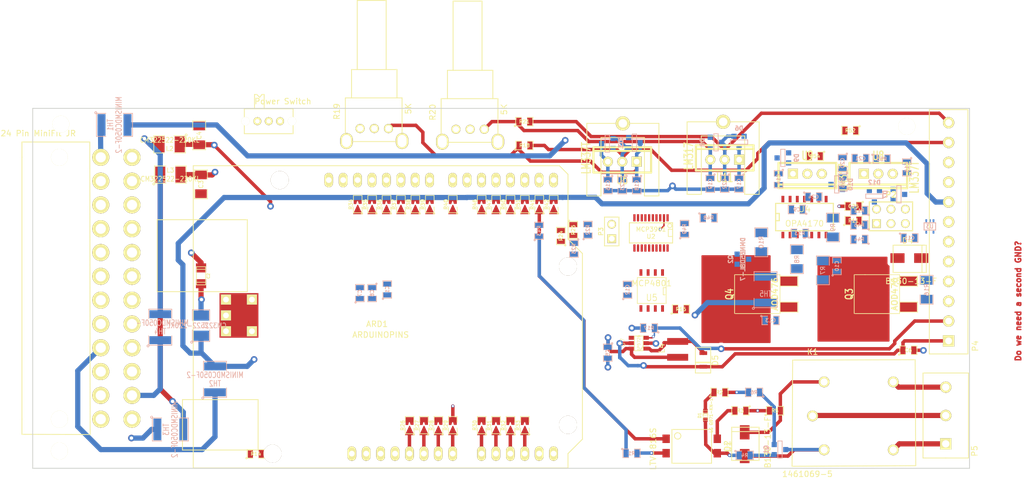
<source format=kicad_pcb>
(kicad_pcb (version 3) (host pcbnew "(2014-02-24 BZR 4719)-product")
  (title_block (title BenchBudEE) (rev A) (company "Contextual Electronics"))
  (layers (15 F.Cu signal) (2 PWR power) (1 GND power) (0 B.Cu signal) (18 B.Paste user) (19 F.Paste user) (20 B.SilkS user) (21 F.SilkS user) (22 B.Mask user) (23 F.Mask user) (28 Edge.Cuts user))
  (net 0 "")
  (net 1 +12C)
  (net 2 +12P)
  (net 3 +12V)
  (net 4 +3.3V)
  (net 5 +5P)
  (net 6 +5V)
  (net 7 -12P)
  (net 8 -12V)
  (net 9 /Arduino/CURR_MEAS)
  (net 10 /Arduino/FAN_MODE)
  (net 11 /Arduino/FAN_PWM)
  (net 12 /Arduino/LED_EN_PWM)
  (net 13 /Arduino/MISO)
  (net 14 /Arduino/MOSI)
  (net 15 /Arduino/RELAY+)
  (net 16 /Arduino/RELAY-)
  (net 17 /Arduino/SCLK)
  (net 18 /Arduino/V+_ADJ_MON)
  (net 19 /Arduino/V-_ADJ_MON)
  (net 20 /Arduino/~ADC_CS)
  (net 21 /Arduino/~DR)
  (net 22 /Arduino/~LDAC)
  (net 23 /Arduino/~RESET)
  (net 24 /Arduino/~SHDN)
  (net 25 /Fan/CS_N)
  (net 26 /Fan/FAN_OUT+)
  (net 27 /Fan/FAN_OUT-)
  (net 28 /Fan/TACH_IN)
  (net 29 /LED_Driver/LED_STRING+)
  (net 30 /LED_Driver/LED_STRING-)
  (net 31 /PowerAdjustmentMonitor/V+_ADJ)
  (net 32 /PowerAdjustmentMonitor/V-_ADJ)
  (net 33 /Relay/RELAY_COM)
  (net 34 /Relay/RELAY_NC)
  (net 35 /Relay/RELAY_NO)
  (net 36 /Thermocouple/CH0+)
  (net 37 /Thermocouple/CH0-)
  (net 38 /Thermocouple/CH1+)
  (net 39 /Thermocouple/CH1-)
  (net 40 "/Thermocouple/TC IN +")
  (net 41 "/Thermocouple/TC IN -")
  (net 42 AGND)
  (net 43 FE_V+)
  (net 44 FE_V-)
  (net 45 GND)
  (net 46 GND_LED)
  (net 47 GND_PWR)
  (net 48 GND_RELAY)
  (net 49 "Net-(ARD1-Pad1)")
  (net 50 "Net-(ARD1-Pad10)")
  (net 51 "Net-(ARD1-Pad11)")
  (net 52 "Net-(ARD1-Pad12)")
  (net 53 "Net-(ARD1-Pad13)")
  (net 54 "Net-(ARD1-Pad14)")
  (net 55 "Net-(ARD1-Pad15)")
  (net 56 "Net-(ARD1-Pad16)")
  (net 57 "Net-(ARD1-Pad17)")
  (net 58 "Net-(ARD1-Pad18)")
  (net 59 "Net-(ARD1-Pad19)")
  (net 60 "Net-(ARD1-Pad2)")
  (net 61 "Net-(ARD1-Pad20)")
  (net 62 "Net-(ARD1-Pad21)")
  (net 63 "Net-(ARD1-Pad22)")
  (net 64 "Net-(ARD1-Pad23)")
  (net 65 "Net-(ARD1-Pad24)")
  (net 66 "Net-(ARD1-Pad25)")
  (net 67 "Net-(ARD1-Pad26)")
  (net 68 "Net-(ARD1-Pad27)")
  (net 69 "Net-(ARD1-Pad28)")
  (net 70 "Net-(ARD1-Pad3)")
  (net 71 "Net-(ARD1-Pad4)")
  (net 72 "Net-(ARD1-Pad5)")
  (net 73 "Net-(ARD1-Pad6)")
  (net 74 "Net-(ARD1-Pad7)")
  (net 75 "Net-(ARD1-Pad8)")
  (net 76 "Net-(ARD1-Pad9)")
  (net 77 "Net-(C18-Pad1)")
  (net 78 "Net-(C19-Pad1)")
  (net 79 "Net-(C20-Pad1)")
  (net 80 "Net-(C21-Pad2)")
  (net 81 "Net-(D1-Pad1)")
  (net 82 "Net-(D1-Pad2)")
  (net 83 "Net-(D2-Pad1)")
  (net 84 "Net-(D2-Pad2)")
  (net 85 "Net-(D5-Pad1)")
  (net 86 "Net-(P1-Pad1)")
  (net 87 "Net-(P1-Pad11)")
  (net 88 "Net-(P1-Pad12)")
  (net 89 "Net-(P1-Pad13)")
  (net 90 "Net-(P1-Pad14)")
  (net 91 "Net-(P1-Pad15)")
  (net 92 "Net-(P1-Pad16)")
  (net 93 "Net-(P1-Pad17)")
  (net 94 "Net-(P1-Pad18)")
  (net 95 "Net-(P1-Pad19)")
  (net 96 "Net-(P1-Pad20)")
  (net 97 "Net-(P1-Pad21)")
  (net 98 "Net-(P1-Pad22)")
  (net 99 "Net-(P1-Pad23)")
  (net 100 "Net-(P1-Pad24)")
  (net 101 "Net-(P1-Pad4)")
  (net 102 "Net-(P1-Pad7)")
  (net 103 "Net-(P1-Pad8)")
  (net 104 "Net-(P1-Pad9)")
  (net 105 "Net-(P2-Pad1)")
  (net 106 "Net-(P2-Pad2)")
  (net 107 "Net-(P2-Pad4)")
  (net 108 "Net-(P2-Pad6)")
  (net 109 "Net-(P3-Pad1)")
  (net 110 "Net-(P3-Pad2)")
  (net 111 "Net-(Q1-Pad1)")
  (net 112 "Net-(Q1-Pad2)")
  (net 113 "Net-(Q2-PadD)")
  (net 114 "Net-(Q4-Pad1)")
  (net 115 "Net-(R1-Pad2)")
  (net 116 "Net-(R10-Pad1)")
  (net 117 "Net-(R10-Pad2)")
  (net 118 "Net-(R11-Pad1)")
  (net 119 "Net-(R12-Pad2)")
  (net 120 "Net-(R14-Pad1)")
  (net 121 "Net-(R15-Pad1)")
  (net 122 "Net-(R3-Pad2)")
  (net 123 "Net-(R8-Pad2)")
  (net 124 "Net-(U2-Pad15)")
  (net 125 "Net-(U2-Pad16)")
  (net 126 REF+)
  (net 127 REF-)
  (module BenchBudEE:GND_STAR_POINT (layer F.Cu) (at 88.0364 113.4872)
    (fp_text reference SP1 hide)
    (fp_text value PWR_STAR_POINT hide)
    (pad "" smd rect (at 2.286 0) (size 6.858 7.874) (layers F.Cu F.Paste F.Mask))
    (pad 1 thru_hole rect (at 0 0) (size 1.778 1.778) (drill 1.016) (layers *.Cu *.Mask F.SilkS) (net 45 GND))
    (pad 2 thru_hole rect (at 0 -2.794) (size 1.778 1.778) (drill 1.016) (layers *.Cu *.Mask F.SilkS) (net 47 GND_PWR))
    (pad 3 thru_hole rect (at 4.572 -2.794) (size 1.778 1.778) (drill 1.016) (layers *.Cu *.Mask F.SilkS) (net 42 AGND))
    (pad 4 thru_hole rect (at 4.572 2.794) (size 1.778 1.778) (drill 1.016) (layers *.Cu *.Mask F.SilkS) (net 46 GND_LED))
    (pad 5 thru_hole rect (at 0 2.794) (size 1.778 1.778) (drill 1.016) (layers *.Cu *.Mask F.SilkS) (net 48 GND_RELAY))
  )
  (module SM0805-blob (layer F.Cu) (at 138.176 132.842 90)
    (fp_text reference R32 (at -0.0508 -1.2192 90) (layer F.SilkS) (effects (font (size 0.635 0.635) (thickness 0.127))))
    (fp_text value R hide)
    (pad 1 smd trapezoid (at -0.9525 0 90) (size 1.651 0.889) (rect_delta 0.762 0) (layers F.Cu F.Paste F.Mask) (net 74 "Net-(ARD1-Pad7)"))
    (pad 2 smd rect (at 0.9525 0 90) (size 0.889 1.397) (layers F.Cu F.Paste F.Mask) (net 9 /Arduino/CURR_MEAS))
    (pad "" smd trapezoid (at 0.4572 -0.3302 270) (size 0.889 0.381) (rect_delta 0.254 0) (layers F.Cu F.Paste))
    (pad "" smd trapezoid (at 0.4826 0.254 270) (size 0.889 0.381) (rect_delta 0.254 0) (layers F.Cu F.Paste))
    (pad "" smd rect (at 0.4572 -0.508 90) (size 0.889 0.381) (layers F.Cu F.Paste))
    (pad "" smd rect (at 0.4826 0.508 90) (size 0.889 0.381) (layers F.Cu F.Paste))
  )
  (module SOT23EBC (layer B.Cu) (at 185.674 137.16 270)
    (fp_text reference Q1 (at 0 2.413 270) (layer B.SilkS) (effects (font (size 0.762 0.762) (thickness 0.2032)) (justify mirror)))
    (fp_text value 2N3904 hide)
    (pad 1 smd rect (at -0.889 1.016 270) (size 0.9144 0.9144) (layers B.Cu B.Paste B.Mask) (net 111 "Net-(Q1-Pad1)"))
    (pad 2 smd rect (at 0.889 1.016 270) (size 0.9144 0.9144) (layers B.Cu B.Paste B.Mask) (net 112 "Net-(Q1-Pad2)"))
    (pad 3 smd rect (at 0 -1.016 270) (size 0.9144 0.9144) (layers B.Cu B.Paste B.Mask) (net 83 "Net-(D2-Pad1)"))
  )
  (module SMA (layer F.Cu) (at 179.451 138.303 90)
    (fp_text reference D2 (at 1.778 -3.048 90) (layer F.SilkS))
    (fp_text value B130-13-F (at 2.413 4.064 90) (layer F.SilkS))
    (pad 1 smd rect (at 0 0 90) (size 2.5 1.7) (layers F.Cu F.Paste F.Mask) (net 83 "Net-(D2-Pad1)"))
    (pad 2 smd rect (at 4.191 0 90) (size 2.5 1.7) (layers F.Cu F.Paste F.Mask) (net 84 "Net-(D2-Pad2)"))
  )
  (module SM0805 (layer F.Cu) (at 184.785 130.302)
    (fp_text reference R5 (at 0 0) (layer F.SilkS) (effects (font (size 0.635 0.635) (thickness 0.127))))
    (fp_text value 0 hide)
    (pad 1 smd rect (at -0.9525 0) (size 0.889 1.397) (layers F.Cu F.Paste F.Mask) (net 2 +12P))
    (pad 2 smd rect (at 0.9525 0) (size 0.889 1.397) (layers F.Cu F.Paste F.Mask) (net 84 "Net-(D2-Pad2)"))
  )
  (module SM0805 (layer B.Cu) (at 159.512 137.8204)
    (fp_text reference R1 (at 0 0) (layer B.SilkS) (effects (font (size 0.635 0.635) (thickness 0.127)) (justify mirror)))
    (fp_text value 500 hide)
    (pad 1 smd rect (at -0.9525 0) (size 0.889 1.397) (layers B.Cu B.Paste B.Mask) (net 16 /Arduino/RELAY-))
    (pad 2 smd rect (at 0.9525 0) (size 0.889 1.397) (layers B.Cu B.Paste B.Mask) (net 115 "Net-(R1-Pad2)"))
  )
  (module SM0805 (layer F.Cu) (at 178.689 130.302 180)
    (fp_text reference R3 (at 0 0 180) (layer F.SilkS) (effects (font (size 0.635 0.635) (thickness 0.127))))
    (fp_text value 0 hide)
    (pad 1 smd rect (at -0.9525 0 180) (size 0.889 1.397) (layers F.Cu F.Paste F.Mask) (net 2 +12P))
    (pad 2 smd rect (at 0.9525 0 180) (size 0.889 1.397) (layers F.Cu F.Paste F.Mask) (net 122 "Net-(R3-Pad2)"))
  )
  (module SM0805 (layer F.Cu) (at 175.006 127.0635)
    (fp_text reference R2 (at 0 0) (layer F.SilkS) (effects (font (size 0.635 0.635) (thickness 0.127))))
    (fp_text value 200 hide)
    (pad 1 smd rect (at -0.9525 0) (size 0.889 1.397) (layers F.Cu F.Paste F.Mask) (net 82 "Net-(D1-Pad2)"))
    (pad 2 smd rect (at 0.9525 0) (size 0.889 1.397) (layers F.Cu F.Paste F.Mask) (net 48 GND_RELAY))
  )
  (module SM0805 (layer B.Cu) (at 181.102 127.0635 180)
    (fp_text reference R6 (at 0 0 180) (layer B.SilkS) (effects (font (size 0.635 0.635) (thickness 0.127)) (justify mirror)))
    (fp_text value 0 hide)
    (pad 1 smd rect (at -0.9525 0 180) (size 0.889 1.397) (layers B.Cu B.Paste B.Mask) (net 111 "Net-(Q1-Pad1)"))
    (pad 2 smd rect (at 0.9525 0 180) (size 0.889 1.397) (layers B.Cu B.Paste B.Mask) (net 48 GND_RELAY))
  )
  (module SM0805 (layer B.Cu) (at 179.451 138.176)
    (fp_text reference R4 (at 0 0) (layer B.SilkS) (effects (font (size 0.635 0.635) (thickness 0.127)) (justify mirror)))
    (fp_text value 100 hide)
    (pad 1 smd rect (at -0.9525 0) (size 0.889 1.397) (layers B.Cu B.Paste B.Mask) (net 81 "Net-(D1-Pad1)"))
    (pad 2 smd rect (at 0.9525 0) (size 0.889 1.397) (layers B.Cu B.Paste B.Mask) (net 112 "Net-(Q1-Pad2)"))
  )
  (module LED-0603 (layer F.Cu) (at 172.5295 131.1275 90)
    (fp_text reference D1 (at 0 -1.016 90) (layer F.SilkS) (effects (font (size 0.508 0.508) (thickness 0.127))))
    (fp_text value "LG Q971-KN-1" (at 0 1.016 90) (layer F.SilkS) (effects (font (size 0.508 0.508) (thickness 0.127))))
    (pad 1 smd rect (at -0.7493 0 90) (size 0.79756 0.79756) (layers F.Cu F.Paste F.Mask) (net 81 "Net-(D1-Pad1)"))
    (pad 2 smd rect (at 0.7493 0 90) (size 0.79756 0.79756) (layers F.Cu F.Paste F.Mask) (net 82 "Net-(D1-Pad2)"))
  )
  (module 4-SMD (layer F.Cu) (at 165.608 135.255 270)
    (fp_text reference U1 (at 1.397 -11.049 270) (layer F.SilkS))
    (fp_text value LTV-816S (at 1.778 2.286 270) (layer F.SilkS))
    (pad 1 smd rect (at 0 0 270) (size 1.5 1.3) (layers F.Cu F.Paste F.Mask) (net 15 /Arduino/RELAY+))
    (pad 2 smd rect (at 2.54 0 270) (size 1.5 1.3) (layers F.Cu F.Paste F.Mask) (net 115 "Net-(R1-Pad2)"))
    (pad 3 smd rect (at 2.54 -9.017 270) (size 1.5 1.3) (layers F.Cu F.Paste F.Mask) (net 81 "Net-(D1-Pad1)"))
    (pad 4 smd rect (at 0 -9.017 270) (size 1.5 1.3) (layers F.Cu F.Paste F.Mask) (net 122 "Net-(R3-Pad2)"))
  )
  (module SSOP20 (layer F.Cu) (at 162.941 98.933 180)
    (fp_text reference U2 (at 0 -0.635 180) (layer F.SilkS) (effects (font (size 0.762 0.762) (thickness 0.127))))
    (fp_text value MCP3901 (at 0 0.635 180) (layer F.SilkS) (effects (font (size 0.762 0.762) (thickness 0.127))))
    (pad 1 smd rect (at -2.921 2.667 180) (size 0.4064 1.27) (layers F.Cu F.Paste F.Mask) (net 23 /Arduino/~RESET))
    (pad 2 smd rect (at -2.286 2.667 180) (size 0.4064 1.27) (layers F.Cu F.Paste F.Mask) (net 6 +5V))
    (pad 3 smd rect (at -1.6256 2.667 180) (size 0.4064 1.27) (layers F.Cu F.Paste F.Mask) (net 6 +5V))
    (pad 4 smd rect (at -0.9652 2.667 180) (size 0.4064 1.27) (layers F.Cu F.Paste F.Mask) (net 36 /Thermocouple/CH0+))
    (pad 5 smd rect (at -0.3302 2.667 180) (size 0.4064 1.27) (layers F.Cu F.Paste F.Mask) (net 37 /Thermocouple/CH0-))
    (pad 6 smd rect (at 0.3302 2.667 180) (size 0.4064 1.27) (layers F.Cu F.Paste F.Mask) (net 39 /Thermocouple/CH1-))
    (pad 7 smd rect (at 0.9906 2.667 180) (size 0.4064 1.27) (layers F.Cu F.Paste F.Mask) (net 38 /Thermocouple/CH1+))
    (pad 8 smd rect (at 1.6256 2.667 180) (size 0.4064 1.27) (layers F.Cu F.Paste F.Mask) (net 42 AGND))
    (pad 9 smd rect (at 2.286 2.667 180) (size 0.4064 1.27) (layers F.Cu F.Paste F.Mask) (net 126 REF+))
    (pad 10 smd rect (at 2.921 2.667 180) (size 0.4064 1.27) (layers F.Cu F.Paste F.Mask) (net 127 REF-))
    (pad 11 smd rect (at 2.921 -2.667 180) (size 0.4064 1.27) (layers F.Cu F.Paste F.Mask) (net 42 AGND))
    (pad 12 smd rect (at 2.286 -2.667 180) (size 0.4064 1.27) (layers F.Cu F.Paste F.Mask) (net 109 "Net-(P3-Pad1)"))
    (pad 13 smd rect (at 1.6256 -2.667 180) (size 0.4064 1.27) (layers F.Cu F.Paste F.Mask) (net 110 "Net-(P3-Pad2)"))
    (pad 14 smd rect (at 0.9906 -2.667 180) (size 0.4064 1.27) (layers F.Cu F.Paste F.Mask) (net 21 /Arduino/~DR))
    (pad 15 smd rect (at 0.3302 -2.667 180) (size 0.4064 1.27) (layers F.Cu F.Paste F.Mask) (net 124 "Net-(U2-Pad15)"))
    (pad 16 smd rect (at -0.3302 -2.667 180) (size 0.4064 1.27) (layers F.Cu F.Paste F.Mask) (net 125 "Net-(U2-Pad16)"))
    (pad 17 smd rect (at -0.9652 -2.667 180) (size 0.4064 1.27) (layers F.Cu F.Paste F.Mask) (net 20 /Arduino/~ADC_CS))
    (pad 18 smd rect (at -1.6256 -2.667 180) (size 0.4064 1.27) (layers F.Cu F.Paste F.Mask) (net 17 /Arduino/SCLK))
    (pad 19 smd rect (at -2.286 -2.667 180) (size 0.4064 1.27) (layers F.Cu F.Paste F.Mask) (net 13 /Arduino/MISO))
    (pad 20 smd rect (at -2.921 -2.667 180) (size 0.4064 1.27) (layers F.Cu F.Paste F.Mask) (net 14 /Arduino/MOSI))
  )
  (module SOT353 (layer B.Cu) (at 212.09 97.79 270)
    (fp_text reference U3 (at 0 0 540) (layer B.SilkS) (effects (font (size 0.762 0.635) (thickness 0.127)) (justify mirror)))
    (fp_text value LMT84 hide)
    (pad 1 smd rect (at -1.016 0.635 270) (size 0.508 0.3048) (layers B.Cu B.Paste B.Mask) (net 42 AGND))
    (pad 3 smd rect (at -1.016 -0.635 270) (size 0.508 0.3048) (layers B.Cu B.Paste B.Mask) (net 38 /Thermocouple/CH1+))
    (pad 5 smd rect (at 1.016 0.635 270) (size 0.508 0.3048) (layers B.Cu B.Paste B.Mask) (net 42 AGND))
    (pad 2 smd rect (at -1.016 0 270) (size 0.508 0.3048) (layers B.Cu B.Paste B.Mask) (net 42 AGND))
    (pad 4 smd rect (at 1.016 -0.635 270) (size 0.508 0.3048) (layers B.Cu B.Paste B.Mask) (net 6 +5V))
  )
  (module SO14N (layer F.Cu) (at 189.992 96.012)
    (fp_text reference U4 (at 0 -1.27) (layer F.SilkS) (effects (font (size 1.016 1.143) (thickness 0.127))))
    (fp_text value OPA4170 (at 0 1.27) (layer F.SilkS) (effects (font (size 1.016 1.016) (thickness 0.127))))
    (pad 1 smd rect (at -3.81 3.302) (size 0.508 1.143) (layers F.Cu F.Paste F.Mask) (net 36 /Thermocouple/CH0+))
    (pad 2 smd rect (at -2.54 3.302) (size 0.508 1.143) (layers F.Cu F.Paste F.Mask) (net 123 "Net-(R8-Pad2)"))
    (pad 3 smd rect (at -1.27 3.302) (size 0.508 1.143) (layers F.Cu F.Paste F.Mask) (net 116 "Net-(R10-Pad1)"))
    (pad 4 smd rect (at 0 3.302) (size 0.508 1.143) (layers F.Cu F.Paste F.Mask) (net 44 FE_V-))
    (pad 5 smd rect (at 1.27 3.302) (size 0.508 1.143) (layers F.Cu F.Paste F.Mask) (net 113 "Net-(Q2-PadD)"))
    (pad 6 smd rect (at 2.54 3.302) (size 0.508 1.143) (layers F.Cu F.Paste F.Mask) (net 9 /Arduino/CURR_MEAS))
    (pad 7 smd rect (at 3.81 3.302) (size 0.508 1.143) (layers F.Cu F.Paste F.Mask) (net 114 "Net-(Q4-Pad1)"))
    (pad 8 smd rect (at 3.81 -3.048) (size 0.508 1.143) (layers F.Cu F.Paste F.Mask) (net 118 "Net-(R11-Pad1)"))
    (pad 9 smd rect (at 2.54 -3.048) (size 0.508 1.143) (layers F.Cu F.Paste F.Mask) (net 105 "Net-(P2-Pad1)"))
    (pad 11 smd rect (at 0 -3.048) (size 0.508 1.143) (layers F.Cu F.Paste F.Mask) (net 44 FE_V-))
    (pad 12 smd rect (at -1.27 -3.048) (size 0.508 1.143) (layers F.Cu F.Paste F.Mask) (net 41 "/Thermocouple/TC IN -"))
    (pad 13 smd rect (at -2.54 -3.048) (size 0.508 1.143) (layers F.Cu F.Paste F.Mask) (net 119 "Net-(R12-Pad2)"))
    (pad 14 smd rect (at -3.81 -3.048) (size 0.508 1.143) (layers F.Cu F.Paste F.Mask) (net 117 "Net-(R10-Pad2)"))
    (pad 10 smd rect (at 1.27 -3.048) (size 0.508 1.143) (layers F.Cu F.Paste F.Mask) (net 40 "/Thermocouple/TC IN +"))
  )
  (module SM1206 (layer B.Cu) (at 195.0085 97.9805 90)
    (fp_text reference R9 (at 0 0 90) (layer B.SilkS) (effects (font (size 0.762 0.762) (thickness 0.127)) (justify mirror)))
    (fp_text value R hide)
    (pad 1 smd rect (at -1.651 0 90) (size 1.524 2.032) (layers B.Cu B.Paste B.Mask) (net 123 "Net-(R8-Pad2)"))
    (pad 2 smd rect (at 1.651 0 90) (size 1.524 2.032) (layers B.Cu B.Paste B.Mask) (net 118 "Net-(R11-Pad1)"))
  )
  (module SM1206 (layer B.Cu) (at 188.6585 103.5685 270)
    (fp_text reference R8 (at 0 0 270) (layer B.SilkS) (effects (font (size 0.762 0.762) (thickness 0.127)) (justify mirror)))
    (fp_text value R hide)
    (pad 1 smd rect (at -1.651 0 270) (size 1.524 2.032) (layers B.Cu B.Paste B.Mask) (net 36 /Thermocouple/CH0+))
    (pad 2 smd rect (at 1.651 0 270) (size 1.524 2.032) (layers B.Cu B.Paste B.Mask) (net 123 "Net-(R8-Pad2)"))
  )
  (module SM1206 (layer B.Cu) (at 193.2305 105.537 90)
    (fp_text reference R7 (at 0 0 90) (layer B.SilkS) (effects (font (size 0.762 0.762) (thickness 0.127)) (justify mirror)))
    (fp_text value R hide)
    (pad 1 smd rect (at -1.651 0 90) (size 1.524 2.032) (layers B.Cu B.Paste B.Mask) (net 42 AGND))
    (pad 2 smd rect (at 1.651 0 90) (size 1.524 2.032) (layers B.Cu B.Paste B.Mask) (net 116 "Net-(R10-Pad1)"))
  )
  (module SM1206 (layer B.Cu) (at 182.372 100.584 90)
    (fp_text reference R10 (at 0 0 90) (layer B.SilkS) (effects (font (size 0.762 0.762) (thickness 0.127)) (justify mirror)))
    (fp_text value R hide)
    (pad 1 smd rect (at -1.651 0 90) (size 1.524 2.032) (layers B.Cu B.Paste B.Mask) (net 116 "Net-(R10-Pad1)"))
    (pad 2 smd rect (at 1.651 0 90) (size 1.524 2.032) (layers B.Cu B.Paste B.Mask) (net 117 "Net-(R10-Pad2)"))
  )
  (module SM0805 (layer B.Cu) (at 199.644 100.076 180)
    (fp_text reference R44 (at 0 0 180) (layer B.SilkS) (effects (font (size 0.635 0.635) (thickness 0.127)) (justify mirror)))
    (fp_text value R hide)
    (pad 1 smd rect (at -0.9525 0 180) (size 0.889 1.397) (layers B.Cu B.Paste B.Mask) (net 108 "Net-(P2-Pad6)"))
    (pad 2 smd rect (at 0.9525 0 180) (size 0.889 1.397) (layers B.Cu B.Paste B.Mask) (net 119 "Net-(R12-Pad2)"))
  )
  (module SM0805 (layer B.Cu) (at 111.633 109.5502 90)
    (fp_text reference C7 (at 0 0 90) (layer B.SilkS) (effects (font (size 0.635 0.635) (thickness 0.127)) (justify mirror)))
    (fp_text value C hide)
    (pad 1 smd rect (at -0.9525 0 90) (size 0.889 1.397) (layers B.Cu B.Paste B.Mask) (net 42 AGND))
    (pad 2 smd rect (at 0.9525 0 90) (size 0.889 1.397) (layers B.Cu B.Paste B.Mask) (net 6 +5V))
  )
  (module SM0805 (layer B.Cu) (at 113.792 109.5502 270)
    (fp_text reference C8 (at 0 0 270) (layer B.SilkS) (effects (font (size 0.635 0.635) (thickness 0.127)) (justify mirror)))
    (fp_text value C hide)
    (pad 1 smd rect (at -0.9525 0 270) (size 0.889 1.397) (layers B.Cu B.Paste B.Mask) (net 6 +5V))
    (pad 2 smd rect (at 0.9525 0 270) (size 0.889 1.397) (layers B.Cu B.Paste B.Mask) (net 42 AGND))
  )
  (module SM0805 (layer B.Cu) (at 195.707 104.775 90)
    (fp_text reference C10 (at 0 0 90) (layer B.SilkS) (effects (font (size 0.635 0.635) (thickness 0.127)) (justify mirror)))
    (fp_text value C hide)
    (pad 1 smd rect (at -0.9525 0 90) (size 0.889 1.397) (layers B.Cu B.Paste B.Mask) (net 42 AGND))
    (pad 2 smd rect (at 0.9525 0 90) (size 0.889 1.397) (layers B.Cu B.Paste B.Mask) (net 44 FE_V-))
  )
  (module SM0805 (layer B.Cu) (at 188.6585 94.8055 180)
    (fp_text reference C9 (at 0 0 180) (layer B.SilkS) (effects (font (size 0.635 0.635) (thickness 0.127)) (justify mirror)))
    (fp_text value C hide)
    (pad 1 smd rect (at -0.9525 0 180) (size 0.889 1.397) (layers B.Cu B.Paste B.Mask) (net 42 AGND))
    (pad 2 smd rect (at 0.9525 0 180) (size 0.889 1.397) (layers B.Cu B.Paste B.Mask) (net 43 FE_V+))
  )
  (module SM0805 (layer B.Cu) (at 208.4705 99.822)
    (fp_text reference C11 (at 0 0) (layer B.SilkS) (effects (font (size 0.635 0.635) (thickness 0.127)) (justify mirror)))
    (fp_text value C hide)
    (pad 1 smd rect (at -0.9525 0) (size 0.889 1.397) (layers B.Cu B.Paste B.Mask) (net 6 +5V))
    (pad 2 smd rect (at 0.9525 0) (size 0.889 1.397) (layers B.Cu B.Paste B.Mask) (net 42 AGND))
  )
  (module SM0805 (layer B.Cu) (at 199.644 97.536 180)
    (fp_text reference R45 (at 0 0 180) (layer B.SilkS) (effects (font (size 0.635 0.635) (thickness 0.127)) (justify mirror)))
    (fp_text value R hide)
    (pad 1 smd rect (at -0.9525 0 180) (size 0.889 1.397) (layers B.Cu B.Paste B.Mask) (net 107 "Net-(P2-Pad4)"))
    (pad 2 smd rect (at 0.9525 0 180) (size 0.889 1.397) (layers B.Cu B.Paste B.Mask) (net 119 "Net-(R12-Pad2)"))
  )
  (module SM0805 (layer B.Cu) (at 189.1665 98.9965 180)
    (fp_text reference R13 (at 0 0 180) (layer B.SilkS) (effects (font (size 0.635 0.635) (thickness 0.127)) (justify mirror)))
    (fp_text value R hide)
    (pad 1 smd rect (at -0.9525 0 180) (size 0.889 1.397) (layers B.Cu B.Paste B.Mask) (net 119 "Net-(R12-Pad2)"))
    (pad 2 smd rect (at 0.9525 0 180) (size 0.889 1.397) (layers B.Cu B.Paste B.Mask) (net 117 "Net-(R10-Pad2)"))
  )
  (module SM0805 (layer B.Cu) (at 199.644 94.996 180)
    (fp_text reference R12 (at 0 0 180) (layer B.SilkS) (effects (font (size 0.635 0.635) (thickness 0.127)) (justify mirror)))
    (fp_text value R hide)
    (pad 1 smd rect (at -0.9525 0 180) (size 0.889 1.397) (layers B.Cu B.Paste B.Mask) (net 106 "Net-(P2-Pad2)"))
    (pad 2 smd rect (at 0.9525 0 180) (size 0.889 1.397) (layers B.Cu B.Paste B.Mask) (net 119 "Net-(R12-Pad2)"))
  )
  (module SM0805 (layer F.Cu) (at 198.628 96.774)
    (fp_text reference R11 (at 0 0) (layer F.SilkS) (effects (font (size 0.635 0.635) (thickness 0.127))))
    (fp_text value R hide)
    (pad 1 smd rect (at -0.9525 0) (size 0.889 1.397) (layers F.Cu F.Paste F.Mask) (net 118 "Net-(R11-Pad1)"))
    (pad 2 smd rect (at 0.9525 0) (size 0.889 1.397) (layers F.Cu F.Paste F.Mask) (net 105 "Net-(P2-Pad1)"))
  )
  (module SM0805 (layer B.Cu) (at 116.459 108.9152 90)
    (fp_text reference C1 (at 0 0 90) (layer B.SilkS) (effects (font (size 0.635 0.635) (thickness 0.127)) (justify mirror)))
    (fp_text value C hide)
    (pad 1 smd rect (at -0.9525 0 90) (size 0.889 1.397) (layers B.Cu B.Paste B.Mask) (net 36 /Thermocouple/CH0+))
    (pad 2 smd rect (at 0.9525 0 90) (size 0.889 1.397) (layers B.Cu B.Paste B.Mask) (net 37 /Thermocouple/CH0-))
  )
  (module pin_array_3x2 (layer F.Cu) (at 205.232 96.012)
    (fp_text reference P2 (at 0 -3.81) (layer F.SilkS) (effects (font (size 1.016 1.016) (thickness 0.2032))))
    (fp_text value CONN_3X2 hide)
    (pad 1 thru_hole rect (at -2.54 1.27) (size 1.524 1.524) (drill 1.016) (layers *.Cu *.Mask F.SilkS) (net 105 "Net-(P2-Pad1)"))
    (pad 2 thru_hole circle (at -2.54 -1.27) (size 1.524 1.524) (drill 1.016) (layers *.Cu *.Mask F.SilkS) (net 106 "Net-(P2-Pad2)"))
    (pad 3 thru_hole circle (at 0 1.27) (size 1.524 1.524) (drill 1.016) (layers *.Cu *.Mask F.SilkS) (net 105 "Net-(P2-Pad1)"))
    (pad 4 thru_hole circle (at 0 -1.27) (size 1.524 1.524) (drill 1.016) (layers *.Cu *.Mask F.SilkS) (net 107 "Net-(P2-Pad4)"))
    (pad 5 thru_hole circle (at 2.54 1.27) (size 1.524 1.524) (drill 1.016) (layers *.Cu *.Mask F.SilkS) (net 105 "Net-(P2-Pad1)"))
    (pad 6 thru_hole circle (at 2.54 -1.27) (size 1.524 1.524) (drill 1.016) (layers *.Cu *.Mask F.SilkS) (net 108 "Net-(P2-Pad6)"))
  )
  (module SM0805 (layer B.Cu) (at 173.101 96.266)
    (fp_text reference R48 (at 0 0) (layer B.SilkS) (effects (font (size 0.635 0.635) (thickness 0.127)) (justify mirror)))
    (fp_text value 0 hide)
    (pad 1 smd rect (at -0.9525 0) (size 0.889 1.397) (layers B.Cu B.Paste B.Mask) (net 42 AGND))
    (pad 2 smd rect (at 0.9525 0) (size 0.889 1.397) (layers B.Cu B.Paste B.Mask) (net 39 /Thermocouple/CH1-))
  )
  (module SM0805 (layer B.Cu) (at 168.8465 98.2345 90)
    (fp_text reference R49 (at 0 0 90) (layer B.SilkS) (effects (font (size 0.635 0.635) (thickness 0.127)) (justify mirror)))
    (fp_text value 0 hide)
    (pad 1 smd rect (at -0.9525 0 90) (size 0.889 1.397) (layers B.Cu B.Paste B.Mask) (net 42 AGND))
    (pad 2 smd rect (at 0.9525 0 90) (size 0.889 1.397) (layers B.Cu B.Paste B.Mask) (net 37 /Thermocouple/CH0-))
  )
  (module 3pinTB (layer F.Cu) (at 214.884 136.144 90)
    (fp_text reference P5 (at -1.27 5.08 90) (layer F.SilkS))
    (fp_text value "3 Pin TB" hide)
    (pad 1 thru_hole rect (at 0 0 90) (size 2 2) (drill 1.3) (layers *.Cu *.Mask F.SilkS) (net 35 /Relay/RELAY_NO))
    (pad 2 thru_hole circle (at 5 0 90) (size 2 2) (drill 1.3) (layers *.Cu *.Mask F.SilkS) (net 33 /Relay/RELAY_COM))
    (pad 3 thru_hole circle (at 10 0 90) (size 2 2) (drill 1.3) (layers *.Cu *.Mask F.SilkS) (net 34 /Relay/RELAY_NC))
  )
  (module 12pinTB (layer F.Cu) (at 215.392 117.983 90)
    (fp_text reference P4 (at -0.889 4.699 90) (layer F.SilkS))
    (fp_text value "12 Pin Terminal Block" hide)
    (pad 1 thru_hole rect (at 0 0 90) (size 2 2) (drill 1.199999) (layers *.Cu *.Mask F.SilkS) (net 29 /LED_Driver/LED_STRING+))
    (pad 2 thru_hole circle (at 3.5 0 90) (size 2 2) (drill 1.199999) (layers *.Cu *.Mask F.SilkS) (net 30 /LED_Driver/LED_STRING-))
    (pad 3 thru_hole circle (at 7 0 90) (size 2 2) (drill 1.199999) (layers *.Cu *.Mask F.SilkS) (net 28 /Fan/TACH_IN))
    (pad 4 thru_hole circle (at 10.5 0 90) (size 2 2) (drill 1.199999) (layers *.Cu *.Mask F.SilkS) (net 27 /Fan/FAN_OUT-))
    (pad 5 thru_hole circle (at 14 0 90) (size 2 2) (drill 1.199999) (layers *.Cu *.Mask F.SilkS) (net 26 /Fan/FAN_OUT+))
    (pad 6 thru_hole circle (at 17.5 0 90) (size 2 2) (drill 1.199999) (layers *.Cu *.Mask F.SilkS) (net 41 "/Thermocouple/TC IN -"))
    (pad 7 thru_hole circle (at 21 0 90) (size 2 2) (drill 1.199999) (layers *.Cu *.Mask F.SilkS) (net 40 "/Thermocouple/TC IN +"))
    (pad 8 thru_hole circle (at 24.5 0 90) (size 2 2) (drill 1.199999) (layers *.Cu *.Mask F.SilkS) (net 5 +5P))
    (pad 9 thru_hole circle (at 28 0 90) (size 2 2) (drill 1.199999) (layers *.Cu *.Mask F.SilkS) (net 47 GND_PWR))
    (pad 10 thru_hole circle (at 31.5 0 90) (size 2 2) (drill 1.199999) (layers *.Cu *.Mask F.SilkS) (net 4 +3.3V))
    (pad 11 thru_hole circle (at 35 0 90) (size 2 2) (drill 1.199999) (layers *.Cu *.Mask F.SilkS) (net 32 /PowerAdjustmentMonitor/V-_ADJ))
    (pad 12 thru_hole circle (at 38.5 0 90) (size 2 2) (drill 1.199999) (layers *.Cu *.Mask F.SilkS) (net 31 /PowerAdjustmentMonitor/V+_ADJ))
  )
  (module ATX_Header (layer F.Cu) (at 58.674 85.598 270)
    (fp_text reference P1 hide)
    (fp_text value "24 Pin MiniFit JR" (at -4.22 3.72 360) (layer F.SilkS))
    (pad "" np_thru_hole circle (at 0 0 270) (size 3 3) (drill 3) (layers *.Cu *.Mask F.SilkS))
    (pad "" np_thru_hole circle (at 46.2 0 270) (size 3 3) (drill 3) (layers *.Cu *.Mask F.SilkS))
    (pad 1 thru_hole circle (at 46.2 -7.3 270) (size 3 3) (drill 1.8) (layers *.Cu *.Mask F.SilkS) (net 86 "Net-(P1-Pad1)"))
    (pad 2 thru_hole circle (at 42 -7.3 270) (size 3 3) (drill 1.8) (layers *.Cu *.Mask F.SilkS) (net 88 "Net-(P1-Pad12)"))
    (pad 3 thru_hole circle (at 37.8 -7.3 270) (size 3 3) (drill 1.8) (layers *.Cu *.Mask F.SilkS) (net 45 GND))
    (pad 4 thru_hole circle (at 33.6 -7.3 270) (size 3 3) (drill 1.8) (layers *.Cu *.Mask F.SilkS) (net 101 "Net-(P1-Pad4)"))
    (pad 5 thru_hole circle (at 29.4 -7.3 270) (size 3 3) (drill 1.8) (layers *.Cu *.Mask F.SilkS) (net 45 GND))
    (pad 6 thru_hole circle (at 25.2 -7.3 270) (size 3 3) (drill 1.8) (layers *.Cu *.Mask F.SilkS) (net 101 "Net-(P1-Pad4)"))
    (pad 7 thru_hole circle (at 21 -7.3 270) (size 3 3) (drill 1.8) (layers *.Cu *.Mask F.SilkS) (net 102 "Net-(P1-Pad7)"))
    (pad 8 thru_hole circle (at 16.8 -7.3 270) (size 3 3) (drill 1.8) (layers *.Cu *.Mask F.SilkS) (net 103 "Net-(P1-Pad8)"))
    (pad 9 thru_hole circle (at 12.6 -7.3 270) (size 3 3) (drill 1.8) (layers *.Cu *.Mask F.SilkS) (net 104 "Net-(P1-Pad9)"))
    (pad 10 thru_hole circle (at 8.4 -7.3 270) (size 3 3) (drill 1.8) (layers *.Cu *.Mask F.SilkS) (net 1 +12C))
    (pad 11 thru_hole circle (at 4.2 -7.3 270) (size 3 3) (drill 1.8) (layers *.Cu *.Mask F.SilkS) (net 87 "Net-(P1-Pad11)"))
    (pad 12 thru_hole circle (at 0 -7.3 270) (size 3 3) (drill 1.8) (layers *.Cu *.Mask F.SilkS) (net 88 "Net-(P1-Pad12)"))
    (pad 13 thru_hole circle (at 46.2 -12.8 270) (size 3 3) (drill 1.8) (layers *.Cu *.Mask F.SilkS) (net 89 "Net-(P1-Pad13)"))
    (pad 14 thru_hole circle (at 42 -12.8 270) (size 3 3) (drill 1.8) (layers *.Cu *.Mask F.SilkS) (net 90 "Net-(P1-Pad14)"))
    (pad 15 thru_hole circle (at 37.8 -12.8 270) (size 3 3) (drill 1.8) (layers *.Cu *.Mask F.SilkS) (net 91 "Net-(P1-Pad15)"))
    (pad 16 thru_hole circle (at 33.6 -12.8 270) (size 3 3) (drill 1.8) (layers *.Cu *.Mask F.SilkS) (net 92 "Net-(P1-Pad16)"))
    (pad 17 thru_hole circle (at 29.4 -12.8 270) (size 3 3) (drill 1.8) (layers *.Cu *.Mask F.SilkS) (net 93 "Net-(P1-Pad17)"))
    (pad 18 thru_hole circle (at 25.2 -12.8 270) (size 3 3) (drill 1.8) (layers *.Cu *.Mask F.SilkS) (net 94 "Net-(P1-Pad18)"))
    (pad 19 thru_hole circle (at 21 -12.8 270) (size 3 3) (drill 1.8) (layers *.Cu *.Mask F.SilkS) (net 95 "Net-(P1-Pad19)"))
    (pad 20 thru_hole circle (at 16.8 -12.8 270) (size 3 3) (drill 1.8) (layers *.Cu *.Mask F.SilkS) (net 96 "Net-(P1-Pad20)"))
    (pad 21 thru_hole circle (at 12.6 -12.8 270) (size 3 3) (drill 1.8) (layers *.Cu *.Mask F.SilkS) (net 97 "Net-(P1-Pad21)"))
    (pad 22 thru_hole circle (at 8.4 -12.8 270) (size 3 3) (drill 1.8) (layers *.Cu *.Mask F.SilkS) (net 98 "Net-(P1-Pad22)"))
    (pad 23 thru_hole circle (at 4.2 -12.8 270) (size 3 3) (drill 1.8) (layers *.Cu *.Mask F.SilkS) (net 99 "Net-(P1-Pad23)"))
    (pad 24 thru_hole circle (at 0 -12.8 270) (size 3 3) (drill 1.8) (layers *.Cu *.Mask F.SilkS) (net 100 "Net-(P1-Pad24)"))
  )
  (module SM0805-blob (layer F.Cu) (at 125.476 132.842 90)
    (fp_text reference R28 (at -0.0508 -1.2192 90) (layer F.SilkS) (effects (font (size 0.635 0.635) (thickness 0.127))))
    (fp_text value R hide)
    (pad 1 smd trapezoid (at -0.9525 0 90) (size 1.651 0.889) (rect_delta 0.762 0) (layers F.Cu F.Paste F.Mask) (net 70 "Net-(ARD1-Pad3)"))
    (pad 2 smd rect (at 0.9525 0 90) (size 0.889 1.397) (layers F.Cu F.Paste F.Mask) (net 45 GND))
    (pad 2 smd trapezoid (at 0.4572 -0.3302 270) (size 0.889 0.381) (rect_delta 0.254 0) (layers F.Cu F.Paste) (net 45 GND))
    (pad 2 smd trapezoid (at 0.4826 0.254 270) (size 0.889 0.381) (rect_delta 0.254 0) (layers F.Cu F.Paste) (net 45 GND))
    (pad 2 smd rect (at 0.4572 -0.508 90) (size 0.889 0.381) (layers F.Cu F.Paste) (net 45 GND))
    (pad 2 smd rect (at 0.4826 0.508 90) (size 0.889 0.381) (layers F.Cu F.Paste) (net 45 GND))
  )
  (module SM0805-blob (layer F.Cu) (at 113.792 93.853 90)
    (fp_text reference R35 (at -0.0508 -1.2192 90) (layer F.SilkS) (effects (font (size 0.635 0.635) (thickness 0.127))))
    (fp_text value R hide)
    (pad 1 smd trapezoid (at -0.9525 0 90) (size 1.651 0.889) (rect_delta 0.762 0) (layers F.Cu F.Paste F.Mask) (net 14 /Arduino/MOSI))
    (pad 2 smd rect (at 0.9525 0 90) (size 0.889 1.397) (layers F.Cu F.Paste F.Mask) (net 64 "Net-(ARD1-Pad23)"))
    (pad 2 smd trapezoid (at 0.4572 -0.3302 270) (size 0.889 0.381) (rect_delta 0.254 0) (layers F.Cu F.Paste) (net 64 "Net-(ARD1-Pad23)"))
    (pad 2 smd trapezoid (at 0.4826 0.254 270) (size 0.889 0.381) (rect_delta 0.254 0) (layers F.Cu F.Paste) (net 64 "Net-(ARD1-Pad23)"))
    (pad 2 smd rect (at 0.4572 -0.508 90) (size 0.889 0.381) (layers F.Cu F.Paste) (net 64 "Net-(ARD1-Pad23)"))
    (pad 2 smd rect (at 0.4826 0.508 90) (size 0.889 0.381) (layers F.Cu F.Paste) (net 64 "Net-(ARD1-Pad23)"))
  )
  (module SM0805-blob (layer F.Cu) (at 116.332 93.853 90)
    (fp_text reference R36 (at -0.0508 -1.2192 90) (layer F.SilkS) (effects (font (size 0.635 0.635) (thickness 0.127))))
    (fp_text value R hide)
    (pad 1 smd trapezoid (at -0.9525 0 90) (size 1.651 0.889) (rect_delta 0.762 0) (layers F.Cu F.Paste F.Mask) (net 13 /Arduino/MISO))
    (pad 2 smd rect (at 0.9525 0 90) (size 0.889 1.397) (layers F.Cu F.Paste F.Mask) (net 63 "Net-(ARD1-Pad22)"))
    (pad 2 smd trapezoid (at 0.4572 -0.3302 270) (size 0.889 0.381) (rect_delta 0.254 0) (layers F.Cu F.Paste) (net 63 "Net-(ARD1-Pad22)"))
    (pad 2 smd trapezoid (at 0.4826 0.254 270) (size 0.889 0.381) (rect_delta 0.254 0) (layers F.Cu F.Paste) (net 63 "Net-(ARD1-Pad22)"))
    (pad 2 smd rect (at 0.4572 -0.508 90) (size 0.889 0.381) (layers F.Cu F.Paste) (net 63 "Net-(ARD1-Pad22)"))
    (pad 2 smd rect (at 0.4826 0.508 90) (size 0.889 0.381) (layers F.Cu F.Paste) (net 63 "Net-(ARD1-Pad22)"))
  )
  (module SM0805-blob (layer F.Cu) (at 128.016 93.853 90)
    (fp_text reference R40 (at -0.0508 -1.2192 90) (layer F.SilkS) (effects (font (size 0.635 0.635) (thickness 0.127))))
    (fp_text value R hide)
    (pad 1 smd trapezoid (at -0.9525 0 90) (size 1.651 0.889) (rect_delta 0.762 0) (layers F.Cu F.Paste F.Mask) (net 25 /Fan/CS_N))
    (pad 2 smd rect (at 0.9525 0 90) (size 0.889 1.397) (layers F.Cu F.Paste F.Mask) (net 58 "Net-(ARD1-Pad18)"))
    (pad 2 smd trapezoid (at 0.4572 -0.3302 270) (size 0.889 0.381) (rect_delta 0.254 0) (layers F.Cu F.Paste) (net 58 "Net-(ARD1-Pad18)"))
    (pad 2 smd trapezoid (at 0.4826 0.254 270) (size 0.889 0.381) (rect_delta 0.254 0) (layers F.Cu F.Paste) (net 58 "Net-(ARD1-Pad18)"))
    (pad 2 smd rect (at 0.4572 -0.508 90) (size 0.889 0.381) (layers F.Cu F.Paste) (net 58 "Net-(ARD1-Pad18)"))
    (pad 2 smd rect (at 0.4826 0.508 90) (size 0.889 0.381) (layers F.Cu F.Paste) (net 58 "Net-(ARD1-Pad18)"))
  )
  (module SM0805-blob (layer F.Cu) (at 121.412 93.853 90)
    (fp_text reference R38 (at -0.0508 -1.2192 90) (layer F.SilkS) (effects (font (size 0.635 0.635) (thickness 0.127))))
    (fp_text value R hide)
    (pad 1 smd trapezoid (at -0.9525 0 90) (size 1.651 0.889) (rect_delta 0.762 0) (layers F.Cu F.Paste F.Mask) (net 12 /Arduino/LED_EN_PWM))
    (pad 2 smd rect (at 0.9525 0 90) (size 0.889 1.397) (layers F.Cu F.Paste F.Mask) (net 61 "Net-(ARD1-Pad20)"))
    (pad 2 smd trapezoid (at 0.4572 -0.3302 270) (size 0.889 0.381) (rect_delta 0.254 0) (layers F.Cu F.Paste) (net 61 "Net-(ARD1-Pad20)"))
    (pad 2 smd trapezoid (at 0.4826 0.254 270) (size 0.889 0.381) (rect_delta 0.254 0) (layers F.Cu F.Paste) (net 61 "Net-(ARD1-Pad20)"))
    (pad 2 smd rect (at 0.4572 -0.508 90) (size 0.889 0.381) (layers F.Cu F.Paste) (net 61 "Net-(ARD1-Pad20)"))
    (pad 2 smd rect (at 0.4826 0.508 90) (size 0.889 0.381) (layers F.Cu F.Paste) (net 61 "Net-(ARD1-Pad20)"))
  )
  (module SM0805-blob (layer F.Cu) (at 123.952 93.853 90)
    (fp_text reference R39 (at -0.0508 -1.2192 90) (layer F.SilkS) (effects (font (size 0.635 0.635) (thickness 0.127))))
    (fp_text value R hide)
    (pad 1 smd trapezoid (at -0.9525 0 90) (size 1.651 0.889) (rect_delta 0.762 0) (layers F.Cu F.Paste F.Mask) (net 20 /Arduino/~ADC_CS))
    (pad 2 smd rect (at 0.9525 0 90) (size 0.889 1.397) (layers F.Cu F.Paste F.Mask) (net 59 "Net-(ARD1-Pad19)"))
    (pad 2 smd trapezoid (at 0.4572 -0.3302 270) (size 0.889 0.381) (rect_delta 0.254 0) (layers F.Cu F.Paste) (net 59 "Net-(ARD1-Pad19)"))
    (pad 2 smd trapezoid (at 0.4826 0.254 270) (size 0.889 0.381) (rect_delta 0.254 0) (layers F.Cu F.Paste) (net 59 "Net-(ARD1-Pad19)"))
    (pad 2 smd rect (at 0.4572 -0.508 90) (size 0.889 0.381) (layers F.Cu F.Paste) (net 59 "Net-(ARD1-Pad19)"))
    (pad 2 smd rect (at 0.4826 0.508 90) (size 0.889 0.381) (layers F.Cu F.Paste) (net 59 "Net-(ARD1-Pad19)"))
  )
  (module SM0805-blob (layer F.Cu) (at 145.796 93.853 90)
    (fp_text reference R42 (at -0.0508 -1.2192 90) (layer F.SilkS) (effects (font (size 0.635 0.635) (thickness 0.127))))
    (fp_text value R hide)
    (pad 1 smd trapezoid (at -0.9525 0 90) (size 1.651 0.889) (rect_delta 0.762 0) (layers F.Cu F.Paste F.Mask) (net 10 /Arduino/FAN_MODE))
    (pad 2 smd rect (at 0.9525 0 90) (size 0.889 1.397) (layers F.Cu F.Paste F.Mask) (net 51 "Net-(ARD1-Pad11)"))
    (pad 2 smd trapezoid (at 0.4572 -0.3302 270) (size 0.889 0.381) (rect_delta 0.254 0) (layers F.Cu F.Paste) (net 51 "Net-(ARD1-Pad11)"))
    (pad 2 smd trapezoid (at 0.4826 0.254 270) (size 0.889 0.381) (rect_delta 0.254 0) (layers F.Cu F.Paste) (net 51 "Net-(ARD1-Pad11)"))
    (pad 2 smd rect (at 0.4572 -0.508 90) (size 0.889 0.381) (layers F.Cu F.Paste) (net 51 "Net-(ARD1-Pad11)"))
    (pad 2 smd rect (at 0.4826 0.508 90) (size 0.889 0.381) (layers F.Cu F.Paste) (net 51 "Net-(ARD1-Pad11)"))
  )
  (module SM0805-blob (layer F.Cu) (at 128.016 132.842 90)
    (fp_text reference R29 (at -0.0508 -1.2192 90) (layer F.SilkS) (effects (font (size 0.635 0.635) (thickness 0.127))))
    (fp_text value R hide)
    (pad 1 smd trapezoid (at -0.9525 0 90) (size 1.651 0.889) (rect_delta 0.762 0) (layers F.Cu F.Paste F.Mask) (net 71 "Net-(ARD1-Pad4)"))
    (pad 2 smd rect (at 0.9525 0 90) (size 0.889 1.397) (layers F.Cu F.Paste F.Mask) (net 2 +12P))
    (pad 2 smd trapezoid (at 0.4572 -0.3302 270) (size 0.889 0.381) (rect_delta 0.254 0) (layers F.Cu F.Paste) (net 2 +12P))
    (pad 2 smd trapezoid (at 0.4826 0.254 270) (size 0.889 0.381) (rect_delta 0.254 0) (layers F.Cu F.Paste) (net 2 +12P))
    (pad 2 smd rect (at 0.4572 -0.508 90) (size 0.889 0.381) (layers F.Cu F.Paste) (net 2 +12P))
    (pad 2 smd rect (at 0.4826 0.508 90) (size 0.889 0.381) (layers F.Cu F.Paste) (net 2 +12P))
  )
  (module SM0805-blob (layer F.Cu) (at 120.396 132.842 90)
    (fp_text reference R26 (at -0.0508 -1.2192 90) (layer F.SilkS) (effects (font (size 0.635 0.635) (thickness 0.127))))
    (fp_text value R hide)
    (pad 1 smd trapezoid (at -0.9525 0 90) (size 1.651 0.889) (rect_delta 0.762 0) (layers F.Cu F.Paste F.Mask) (net 49 "Net-(ARD1-Pad1)"))
    (pad 2 smd rect (at 0.9525 0 90) (size 0.889 1.397) (layers F.Cu F.Paste F.Mask) (net 6 +5V))
    (pad 2 smd trapezoid (at 0.4572 -0.3302 270) (size 0.889 0.381) (rect_delta 0.254 0) (layers F.Cu F.Paste) (net 6 +5V))
    (pad 2 smd trapezoid (at 0.4826 0.254 270) (size 0.889 0.381) (rect_delta 0.254 0) (layers F.Cu F.Paste) (net 6 +5V))
    (pad 2 smd rect (at 0.4572 -0.508 90) (size 0.889 0.381) (layers F.Cu F.Paste) (net 6 +5V))
    (pad 2 smd rect (at 0.4826 0.508 90) (size 0.889 0.381) (layers F.Cu F.Paste) (net 6 +5V))
  )
  (module SM0805-blob (layer F.Cu) (at 122.936 132.842 90)
    (fp_text reference R27 (at -0.0508 -1.2192 90) (layer F.SilkS) (effects (font (size 0.635 0.635) (thickness 0.127))))
    (fp_text value R hide)
    (pad 1 smd trapezoid (at -0.9525 0 90) (size 1.651 0.889) (rect_delta 0.762 0) (layers F.Cu F.Paste F.Mask) (net 60 "Net-(ARD1-Pad2)"))
    (pad 2 smd rect (at 0.9525 0 90) (size 0.889 1.397) (layers F.Cu F.Paste F.Mask) (net 45 GND))
    (pad 2 smd trapezoid (at 0.4572 -0.3302 270) (size 0.889 0.381) (rect_delta 0.254 0) (layers F.Cu F.Paste) (net 45 GND))
    (pad 2 smd trapezoid (at 0.4826 0.254 270) (size 0.889 0.381) (rect_delta 0.254 0) (layers F.Cu F.Paste) (net 45 GND))
    (pad 2 smd rect (at 0.4572 -0.508 90) (size 0.889 0.381) (layers F.Cu F.Paste) (net 45 GND))
    (pad 2 smd rect (at 0.4826 0.508 90) (size 0.889 0.381) (layers F.Cu F.Paste) (net 45 GND))
  )
  (module SM0805-blob (layer F.Cu) (at 111.252 93.853 90)
    (fp_text reference R34 (at -0.0508 -1.2192 90) (layer F.SilkS) (effects (font (size 0.635 0.635) (thickness 0.127))))
    (fp_text value R hide)
    (pad 1 smd trapezoid (at -0.9525 0 90) (size 1.651 0.889) (rect_delta 0.762 0) (layers F.Cu F.Paste F.Mask) (net 17 /Arduino/SCLK))
    (pad 2 smd rect (at 0.9525 0 90) (size 0.889 1.397) (layers F.Cu F.Paste F.Mask) (net 65 "Net-(ARD1-Pad24)"))
    (pad 2 smd trapezoid (at 0.4572 -0.3302 270) (size 0.889 0.381) (rect_delta 0.254 0) (layers F.Cu F.Paste) (net 65 "Net-(ARD1-Pad24)"))
    (pad 2 smd trapezoid (at 0.4826 0.254 270) (size 0.889 0.381) (rect_delta 0.254 0) (layers F.Cu F.Paste) (net 65 "Net-(ARD1-Pad24)"))
    (pad 2 smd rect (at 0.4572 -0.508 90) (size 0.889 0.381) (layers F.Cu F.Paste) (net 65 "Net-(ARD1-Pad24)"))
    (pad 2 smd rect (at 0.4826 0.508 90) (size 0.889 0.381) (layers F.Cu F.Paste) (net 65 "Net-(ARD1-Pad24)"))
  )
  (module SM0805-blob (layer F.Cu) (at 133.096 132.842 90)
    (fp_text reference R30 (at -0.0508 -1.2192 90) (layer F.SilkS) (effects (font (size 0.635 0.635) (thickness 0.127))))
    (fp_text value R hide)
    (pad 1 smd trapezoid (at -0.9525 0 90) (size 1.651 0.889) (rect_delta 0.762 0) (layers F.Cu F.Paste F.Mask) (net 72 "Net-(ARD1-Pad5)"))
    (pad 2 smd rect (at 0.9525 0 90) (size 0.889 1.397) (layers F.Cu F.Paste F.Mask) (net 18 /Arduino/V+_ADJ_MON))
    (pad 2 smd trapezoid (at 0.4572 -0.3302 270) (size 0.889 0.381) (rect_delta 0.254 0) (layers F.Cu F.Paste) (net 18 /Arduino/V+_ADJ_MON))
    (pad 2 smd trapezoid (at 0.4826 0.254 270) (size 0.889 0.381) (rect_delta 0.254 0) (layers F.Cu F.Paste) (net 18 /Arduino/V+_ADJ_MON))
    (pad 2 smd rect (at 0.4572 -0.508 90) (size 0.889 0.381) (layers F.Cu F.Paste) (net 18 /Arduino/V+_ADJ_MON))
    (pad 2 smd rect (at 0.4826 0.508 90) (size 0.889 0.381) (layers F.Cu F.Paste) (net 18 /Arduino/V+_ADJ_MON))
  )
  (module SM0805-blob (layer F.Cu) (at 135.636 132.842 90)
    (fp_text reference R31 (at -0.0508 -1.2192 90) (layer F.SilkS) (effects (font (size 0.635 0.635) (thickness 0.127))))
    (fp_text value R hide)
    (pad 1 smd trapezoid (at -0.9525 0 90) (size 1.651 0.889) (rect_delta 0.762 0) (layers F.Cu F.Paste F.Mask) (net 73 "Net-(ARD1-Pad6)"))
    (pad 2 smd rect (at 0.9525 0 90) (size 0.889 1.397) (layers F.Cu F.Paste F.Mask) (net 19 /Arduino/V-_ADJ_MON))
    (pad 2 smd trapezoid (at 0.4572 -0.3302 270) (size 0.889 0.381) (rect_delta 0.254 0) (layers F.Cu F.Paste) (net 19 /Arduino/V-_ADJ_MON))
    (pad 2 smd trapezoid (at 0.4826 0.254 270) (size 0.889 0.381) (rect_delta 0.254 0) (layers F.Cu F.Paste) (net 19 /Arduino/V-_ADJ_MON))
    (pad 2 smd rect (at 0.4572 -0.508 90) (size 0.889 0.381) (layers F.Cu F.Paste) (net 19 /Arduino/V-_ADJ_MON))
    (pad 2 smd rect (at 0.4826 0.508 90) (size 0.889 0.381) (layers F.Cu F.Paste) (net 19 /Arduino/V-_ADJ_MON))
  )
  (module SM0805-blob (layer F.Cu) (at 140.716 132.842 90)
    (fp_text reference R33 (at -0.0508 -1.2192 90) (layer F.SilkS) (effects (font (size 0.635 0.635) (thickness 0.127))))
    (fp_text value R hide)
    (pad 1 smd trapezoid (at -0.9525 0 90) (size 1.651 0.889) (rect_delta 0.762 0) (layers F.Cu F.Paste F.Mask) (net 75 "Net-(ARD1-Pad8)"))
    (pad 2 smd rect (at 0.9525 0 90) (size 0.889 1.397) (layers F.Cu F.Paste F.Mask) (net 28 /Fan/TACH_IN))
    (pad 2 smd trapezoid (at 0.4572 -0.3302 270) (size 0.889 0.381) (rect_delta 0.254 0) (layers F.Cu F.Paste) (net 28 /Fan/TACH_IN))
    (pad 2 smd trapezoid (at 0.4826 0.254 270) (size 0.889 0.381) (rect_delta 0.254 0) (layers F.Cu F.Paste) (net 28 /Fan/TACH_IN))
    (pad 2 smd rect (at 0.4572 -0.508 90) (size 0.889 0.381) (layers F.Cu F.Paste) (net 28 /Fan/TACH_IN))
    (pad 2 smd rect (at 0.4826 0.508 90) (size 0.889 0.381) (layers F.Cu F.Paste) (net 28 /Fan/TACH_IN))
  )
  (module SM0805-blob (layer F.Cu) (at 143.256 93.853 90)
    (fp_text reference R41 (at -0.0508 -1.2192 90) (layer F.SilkS) (effects (font (size 0.635 0.635) (thickness 0.127))))
    (fp_text value R hide)
    (pad 1 smd trapezoid (at -0.9525 0 90) (size 1.651 0.889) (rect_delta 0.762 0) (layers F.Cu F.Paste F.Mask) (net 15 /Arduino/RELAY+))
    (pad 2 smd rect (at 0.9525 0 90) (size 0.889 1.397) (layers F.Cu F.Paste F.Mask) (net 52 "Net-(ARD1-Pad12)"))
    (pad 2 smd trapezoid (at 0.4572 -0.3302 270) (size 0.889 0.381) (rect_delta 0.254 0) (layers F.Cu F.Paste) (net 52 "Net-(ARD1-Pad12)"))
    (pad 2 smd trapezoid (at 0.4826 0.254 270) (size 0.889 0.381) (rect_delta 0.254 0) (layers F.Cu F.Paste) (net 52 "Net-(ARD1-Pad12)"))
    (pad 2 smd rect (at 0.4572 -0.508 90) (size 0.889 0.381) (layers F.Cu F.Paste) (net 52 "Net-(ARD1-Pad12)"))
    (pad 2 smd rect (at 0.4826 0.508 90) (size 0.889 0.381) (layers F.Cu F.Paste) (net 52 "Net-(ARD1-Pad12)"))
  )
  (module SM0805-blob (layer F.Cu) (at 118.872 93.853 90)
    (fp_text reference R37 (at -0.0508 -1.2192 90) (layer F.SilkS) (effects (font (size 0.635 0.635) (thickness 0.127))))
    (fp_text value R hide)
    (pad 1 smd trapezoid (at -0.9525 0 90) (size 1.651 0.889) (rect_delta 0.762 0) (layers F.Cu F.Paste F.Mask) (net 11 /Arduino/FAN_PWM))
    (pad 2 smd rect (at 0.9525 0 90) (size 0.889 1.397) (layers F.Cu F.Paste F.Mask) (net 62 "Net-(ARD1-Pad21)"))
    (pad 2 smd trapezoid (at 0.4572 -0.3302 270) (size 0.889 0.381) (rect_delta 0.254 0) (layers F.Cu F.Paste) (net 62 "Net-(ARD1-Pad21)"))
    (pad 2 smd trapezoid (at 0.4826 0.254 270) (size 0.889 0.381) (rect_delta 0.254 0) (layers F.Cu F.Paste) (net 62 "Net-(ARD1-Pad21)"))
    (pad 2 smd rect (at 0.4572 -0.508 90) (size 0.889 0.381) (layers F.Cu F.Paste) (net 62 "Net-(ARD1-Pad21)"))
    (pad 2 smd rect (at 0.4826 0.508 90) (size 0.889 0.381) (layers F.Cu F.Paste) (net 62 "Net-(ARD1-Pad21)"))
  )
  (module SM0805 (layer B.Cu) (at 143.2052 98.552 90)
    (fp_text reference R43 (at 0 0 90) (layer B.SilkS) (effects (font (size 0.635 0.635) (thickness 0.127)) (justify mirror)))
    (fp_text value R hide)
    (pad 1 smd rect (at -0.9525 0 90) (size 0.889 1.397) (layers B.Cu B.Paste B.Mask) (net 16 /Arduino/RELAY-))
    (pad 2 smd rect (at 0.9525 0 90) (size 0.889 1.397) (layers B.Cu B.Paste B.Mask) (net 45 GND))
  )
  (module SM0805-blob (layer F.Cu) (at 135.636 93.853 90)
    (fp_text reference R47 (at -0.0508 -1.2192 90) (layer F.SilkS) (effects (font (size 0.635 0.635) (thickness 0.127))))
    (fp_text value R hide)
    (pad 1 smd trapezoid (at -0.9525 0 90) (size 1.651 0.889) (rect_delta 0.762 0) (layers F.Cu F.Paste F.Mask) (net 21 /Arduino/~DR))
    (pad 2 smd rect (at 0.9525 0 90) (size 0.889 1.397) (layers F.Cu F.Paste F.Mask) (net 55 "Net-(ARD1-Pad15)"))
    (pad 2 smd trapezoid (at 0.4572 -0.3302 270) (size 0.889 0.381) (rect_delta 0.254 0) (layers F.Cu F.Paste) (net 55 "Net-(ARD1-Pad15)"))
    (pad 2 smd trapezoid (at 0.4826 0.254 270) (size 0.889 0.381) (rect_delta 0.254 0) (layers F.Cu F.Paste) (net 55 "Net-(ARD1-Pad15)"))
    (pad 2 smd rect (at 0.4572 -0.508 90) (size 0.889 0.381) (layers F.Cu F.Paste) (net 55 "Net-(ARD1-Pad15)"))
    (pad 2 smd rect (at 0.4826 0.508 90) (size 0.889 0.381) (layers F.Cu F.Paste) (net 55 "Net-(ARD1-Pad15)"))
  )
  (module SM0805-blob (layer F.Cu) (at 133.096 93.853 90)
    (fp_text reference R46 (at -0.0508 -1.2192 90) (layer F.SilkS) (effects (font (size 0.635 0.635) (thickness 0.127))))
    (fp_text value R hide)
    (pad 1 smd trapezoid (at -0.9525 0 90) (size 1.651 0.889) (rect_delta 0.762 0) (layers F.Cu F.Paste F.Mask) (net 23 /Arduino/~RESET))
    (pad 2 smd rect (at 0.9525 0 90) (size 0.889 1.397) (layers F.Cu F.Paste F.Mask) (net 56 "Net-(ARD1-Pad16)"))
    (pad 2 smd trapezoid (at 0.4572 -0.3302 270) (size 0.889 0.381) (rect_delta 0.254 0) (layers F.Cu F.Paste) (net 56 "Net-(ARD1-Pad16)"))
    (pad 2 smd trapezoid (at 0.4826 0.254 270) (size 0.889 0.381) (rect_delta 0.254 0) (layers F.Cu F.Paste) (net 56 "Net-(ARD1-Pad16)"))
    (pad 2 smd rect (at 0.4572 -0.508 90) (size 0.889 0.381) (layers F.Cu F.Paste) (net 56 "Net-(ARD1-Pad16)"))
    (pad 2 smd rect (at 0.4826 0.508 90) (size 0.889 0.381) (layers F.Cu F.Paste) (net 56 "Net-(ARD1-Pad16)"))
  )
  (module SOT23GDS (layer B.Cu) (at 179.1335 103.5685 270)
    (fp_text reference Q2 (at 0 2.159 270) (layer B.SilkS) (effects (font (size 0.762 0.762) (thickness 0.2032)) (justify mirror)))
    (fp_text value DMN65D8L-7 (at 0 0 270) (layer B.SilkS) (effects (font (size 0.762 0.762) (thickness 0.2032)) (justify mirror)))
    (pad S smd rect (at -0.889 1.016 270) (size 0.9144 0.9144) (layers B.Cu B.Paste B.Mask) (net 42 AGND))
    (pad G smd rect (at 0.889 1.016 270) (size 0.9144 0.9144) (layers B.Cu B.Paste B.Mask) (net 11 /Arduino/FAN_PWM))
    (pad D smd rect (at 0 -1.016 270) (size 0.9144 0.9144) (layers B.Cu B.Paste B.Mask) (net 113 "Net-(Q2-PadD)"))
  )
  (module SO8N (layer F.Cu) (at 163.068 109.093 180)
    (fp_text reference U5 (at 0 -1.27 180) (layer F.SilkS) (effects (font (size 1.143 1.016) (thickness 0.127))))
    (fp_text value MCP4801 (at 0 1.27 180) (layer F.SilkS) (effects (font (size 1.016 1.016) (thickness 0.127))))
    (pad 8 smd rect (at -1.905 -3.175 180) (size 0.508 1.143) (layers F.Cu F.Paste F.Mask) (net 121 "Net-(R15-Pad1)"))
    (pad 7 smd rect (at -0.635 -3.175 180) (size 0.508 1.143) (layers F.Cu F.Paste F.Mask) (net 42 AGND))
    (pad 6 smd rect (at 0.635 -3.175 180) (size 0.508 1.143) (layers F.Cu F.Paste F.Mask) (net 24 /Arduino/~SHDN))
    (pad 5 smd rect (at 1.905 -3.175 180) (size 0.508 1.143) (layers F.Cu F.Paste F.Mask) (net 22 /Arduino/~LDAC))
    (pad 4 smd rect (at 1.905 3.175 180) (size 0.508 1.143) (layers F.Cu F.Paste F.Mask) (net 14 /Arduino/MOSI))
    (pad 3 smd rect (at 0.635 3.175 180) (size 0.508 1.143) (layers F.Cu F.Paste F.Mask) (net 17 /Arduino/SCLK))
    (pad 2 smd rect (at -0.635 3.175 180) (size 0.508 1.143) (layers F.Cu F.Paste F.Mask) (net 25 /Fan/CS_N))
    (pad 1 smd rect (at -1.905 3.175 180) (size 0.508 1.143) (layers F.Cu F.Paste F.Mask) (net 6 +5V))
  )
  (module SMA (layer F.Cu) (at 206.375 103.378)
    (fp_text reference D4 (at 1.778 -3.048) (layer F.SilkS))
    (fp_text value B130-13-F (at 2.413 4.064) (layer F.SilkS))
    (pad 1 smd rect (at 0 0) (size 2.5 1.7) (layers F.Cu F.Paste F.Mask) (net 27 /Fan/FAN_OUT-))
    (pad 2 smd rect (at 4.191 0) (size 2.5 1.7) (layers F.Cu F.Paste F.Mask) (net 26 /Fan/FAN_OUT+))
  )
  (module SM1812 (layer B.Cu) (at 183.134 108.9406 90)
    (fp_text reference TH5 (at -0.74676 0 360) (layer B.SilkS) (effects (font (size 1.016 0.762) (thickness 0.127)) (justify mirror)))
    (fp_text value MINISMDC050F-2 hide)
    (pad 1 smd rect (at -2.286 0 90) (size 1.397 3.81) (layers B.Cu B.Paste B.Mask) (net 1 +12C))
    (pad 2 smd rect (at 2.286 0 90) (size 1.397 3.81) (layers B.Cu B.Paste B.Mask) (net 26 /Fan/FAN_OUT+))
  )
  (module SM1206 (layer B.Cu) (at 211.5185 108.966 90)
    (fp_text reference R16 (at 0 0 90) (layer B.SilkS) (effects (font (size 0.762 0.762) (thickness 0.127)) (justify mirror)))
    (fp_text value R hide)
    (pad 1 smd rect (at -1.651 0 90) (size 1.524 2.032) (layers B.Cu B.Paste B.Mask) (net 9 /Arduino/CURR_MEAS))
    (pad 2 smd rect (at 1.651 0 90) (size 1.524 2.032) (layers B.Cu B.Paste B.Mask) (net 42 AGND))
  )
  (module SM0805 (layer F.Cu) (at 168.2115 112.395)
    (fp_text reference R15 (at 0 0) (layer F.SilkS) (effects (font (size 0.635 0.635) (thickness 0.127))))
    (fp_text value R hide)
    (pad 1 smd rect (at -0.9525 0) (size 0.889 1.397) (layers F.Cu F.Paste F.Mask) (net 121 "Net-(R15-Pad1)"))
    (pad 2 smd rect (at 0.9525 0) (size 0.889 1.397) (layers F.Cu F.Paste F.Mask) (net 113 "Net-(Q2-PadD)"))
  )
  (module SM0805 (layer B.Cu) (at 184.023 114.3635)
    (fp_text reference C13 (at 0 0) (layer B.SilkS) (effects (font (size 0.635 0.635) (thickness 0.127)) (justify mirror)))
    (fp_text value C hide)
    (pad 1 smd rect (at -0.9525 0) (size 0.889 1.397) (layers B.Cu B.Paste B.Mask) (net 1 +12C))
    (pad 2 smd rect (at 0.9525 0) (size 0.889 1.397) (layers B.Cu B.Paste B.Mask) (net 42 AGND))
  )
  (module SM0805 (layer B.Cu) (at 158.8008 108.966 90)
    (fp_text reference C12 (at 0 0 90) (layer B.SilkS) (effects (font (size 0.635 0.635) (thickness 0.127)) (justify mirror)))
    (fp_text value C hide)
    (pad 1 smd rect (at -0.9525 0 90) (size 0.889 1.397) (layers B.Cu B.Paste B.Mask) (net 42 AGND))
    (pad 2 smd rect (at 0.9525 0 90) (size 0.889 1.397) (layers B.Cu B.Paste B.Mask) (net 6 +5V))
  )
  (module DPAK2 (layer F.Cu) (at 208.28 109.728 90)
    (fp_text reference Q3 (at 0 -10.414 90) (layer F.SilkS) (effects (font (size 1.27 1.016) (thickness 0.2032))))
    (fp_text value AOD476 (at 0 -2.413 90) (layer F.SilkS) (effects (font (size 1.016 1.016) (thickness 0.2032))))
    (pad 1 smd rect (at -2.286 0 90) (size 1.651 3.048) (layers F.Cu F.Paste F.Mask) (net 10 /Arduino/FAN_MODE))
    (pad 2 smd rect (at 0 -6.35 90) (size 6.096 6.096) (layers F.Cu F.Paste F.Mask) (net 9 /Arduino/CURR_MEAS))
    (pad 3 smd rect (at 2.286 0 90) (size 1.651 3.048) (layers F.Cu F.Paste F.Mask) (net 42 AGND))
  )
  (module DPAK2 (layer F.Cu) (at 187.198 109.728 90)
    (fp_text reference Q4 (at 0 -10.414 90) (layer F.SilkS) (effects (font (size 1.27 1.016) (thickness 0.2032))))
    (fp_text value AOD476 (at 0 -2.413 90) (layer F.SilkS) (effects (font (size 1.016 1.016) (thickness 0.2032))))
    (pad 1 smd rect (at -2.286 0 90) (size 1.651 3.048) (layers F.Cu F.Paste F.Mask) (net 114 "Net-(Q4-Pad1)"))
    (pad 2 smd rect (at 0 -6.35 90) (size 6.096 6.096) (layers F.Cu F.Paste F.Mask) (net 27 /Fan/FAN_OUT-))
    (pad 3 smd rect (at 2.286 0 90) (size 1.651 3.048) (layers F.Cu F.Paste F.Mask) (net 9 /Arduino/CURR_MEAS))
  )
  (module SM1812 (layer B.Cu) (at 68.3895 79.883)
    (fp_text reference TH1 (at -0.74676 0 270) (layer B.SilkS) (effects (font (size 1.016 0.762) (thickness 0.127)) (justify mirror)))
    (fp_text value MINISMDC050F-2 (at 0.762 0 270) (layer B.SilkS) (effects (font (size 1.016 0.762) (thickness 0.127)) (justify mirror)))
    (pad 1 smd rect (at -2.286 0) (size 1.397 3.81) (layers B.Cu B.Paste B.Mask) (net 88 "Net-(P1-Pad12)"))
    (pad 2 smd rect (at 2.286 0) (size 1.397 3.81) (layers B.Cu B.Paste B.Mask) (net 4 +3.3V))
  )
  (module SM1812 (layer B.Cu) (at 86.106 124.7648 90)
    (fp_text reference TH2 (at -0.74676 0 360) (layer B.SilkS) (effects (font (size 1.016 0.762) (thickness 0.127)) (justify mirror)))
    (fp_text value MINISMDC050F-2 (at 0.762 0 360) (layer B.SilkS) (effects (font (size 1.016 0.762) (thickness 0.127)) (justify mirror)))
    (pad 1 smd rect (at -2.286 0 90) (size 1.397 3.81) (layers B.Cu B.Paste B.Mask) (net 101 "Net-(P1-Pad4)"))
    (pad 2 smd rect (at 2.286 0 90) (size 1.397 3.81) (layers B.Cu B.Paste B.Mask) (net 5 +5P))
  )
  (module SM1812 (layer B.Cu) (at 78.232 133.604)
    (fp_text reference TH3 (at -0.74676 0 270) (layer B.SilkS) (effects (font (size 1.016 0.762) (thickness 0.127)) (justify mirror)))
    (fp_text value MINISMDC050F-2 (at 0.762 0 270) (layer B.SilkS) (effects (font (size 1.016 0.762) (thickness 0.127)) (justify mirror)))
    (pad 1 smd rect (at -2.286 0) (size 1.397 3.81) (layers B.Cu B.Paste B.Mask) (net 1 +12C))
    (pad 2 smd rect (at 2.286 0) (size 1.397 3.81) (layers B.Cu B.Paste B.Mask) (net 2 +12P))
  )
  (module SM1812 (layer B.Cu) (at 76.454 115.57 90)
    (fp_text reference TH4 (at -0.74676 0 360) (layer B.SilkS) (effects (font (size 1.016 0.762) (thickness 0.127)) (justify mirror)))
    (fp_text value MINISMDC050F-2 (at 0.762 0 360) (layer B.SilkS) (effects (font (size 1.016 0.762) (thickness 0.127)) (justify mirror)))
    (pad 1 smd rect (at -2.286 0 90) (size 1.397 3.81) (layers B.Cu B.Paste B.Mask) (net 90 "Net-(P1-Pad14)"))
    (pad 2 smd rect (at 2.286 0 90) (size 1.397 3.81) (layers B.Cu B.Paste B.Mask) (net 7 -12P))
  )
  (module SM1210L (layer F.Cu) (at 78.232 88.646)
    (fp_text reference L3 (at 0 -0.762) (layer F.SilkS) (effects (font (size 0.762 0.762) (thickness 0.127))))
    (fp_text value CM322522-220KL (at 0 0.762) (layer F.SilkS) (effects (font (size 0.889 0.762) (thickness 0.127))))
    (pad 1 smd rect (at -1.778 0) (size 1.778 2.794) (layers F.Cu F.Paste F.Mask) (net 2 +12P))
    (pad 2 smd rect (at 1.778 0) (size 1.778 2.794) (layers F.Cu F.Paste F.Mask) (net 3 +12V))
  )
  (module SM1210L (layer F.Cu) (at 78.105 83.312 180)
    (fp_text reference L2 (at 0 -0.762 180) (layer F.SilkS) (effects (font (size 0.762 0.762) (thickness 0.127))))
    (fp_text value CM322522-220KL (at 0 0.762 180) (layer F.SilkS) (effects (font (size 0.889 0.762) (thickness 0.127))))
    (pad 1 smd rect (at -1.778 0 180) (size 1.778 2.794) (layers F.Cu F.Paste F.Mask) (net 8 -12V))
    (pad 2 smd rect (at 1.778 0 180) (size 1.778 2.794) (layers F.Cu F.Paste F.Mask) (net 7 -12P))
  )
  (module SM1210L (layer B.Cu) (at 83.6422 115.2906 90)
    (fp_text reference L1 (at 0 0.762 90) (layer B.SilkS) (effects (font (size 0.762 0.762) (thickness 0.127)) (justify mirror)))
    (fp_text value CM322522-220KL (at 0 -0.762 180) (layer B.SilkS) (effects (font (size 0.889 0.762) (thickness 0.127)) (justify mirror)))
    (pad 1 smd rect (at -1.778 0 90) (size 1.778 2.794) (layers B.Cu B.Paste B.Mask) (net 5 +5P))
    (pad 2 smd rect (at 1.778 0 90) (size 1.778 2.794) (layers B.Cu B.Paste B.Mask) (net 6 +5V))
  )
  (module SM1206 (layer F.Cu) (at 83.6295 90.3605 270)
    (fp_text reference C3 (at 0 0 270) (layer F.SilkS) (effects (font (size 0.762 0.762) (thickness 0.127))))
    (fp_text value C hide)
    (pad 1 smd rect (at -1.651 0 270) (size 1.524 2.032) (layers F.Cu F.Paste F.Mask) (net 3 +12V))
    (pad 2 smd rect (at 1.651 0 270) (size 1.524 2.032) (layers F.Cu F.Paste F.Mask) (net 45 GND))
  )
  (module SM1206 (layer F.Cu) (at 83.312 81.7245 270)
    (fp_text reference C4 (at 0 0 270) (layer F.SilkS) (effects (font (size 0.762 0.762) (thickness 0.127))))
    (fp_text value C hide)
    (pad 1 smd rect (at -1.651 0 270) (size 1.524 2.032) (layers F.Cu F.Paste F.Mask) (net 45 GND))
    (pad 2 smd rect (at 1.651 0 270) (size 1.524 2.032) (layers F.Cu F.Paste F.Mask) (net 8 -12V))
  )
  (module SM0805 (layer F.Cu) (at 93.2942 137.922)
    (fp_text reference R14 (at 0 0) (layer F.SilkS) (effects (font (size 0.635 0.635) (thickness 0.127))))
    (fp_text value R hide)
    (pad 1 smd rect (at -0.9525 0) (size 0.889 1.397) (layers F.Cu F.Paste F.Mask) (net 120 "Net-(R14-Pad1)"))
    (pad 2 smd rect (at 0.9525 0) (size 0.889 1.397) (layers F.Cu F.Paste F.Mask) (net 4 +3.3V))
  )
  (module BB_switch (layer F.Cu) (at 99.6696 79.2226 180)
    (fp_text reference SW1 hide)
    (fp_text value "Power Switch" (at 1.6 3.5 180) (layer F.SilkS))
    (pad "" np_thru_hole circle (at 0 0 180) (size 1.5 1.5) (drill 1.5) (layers *.Cu *.Mask F.SilkS))
    (pad "" np_thru_hole circle (at 8.2 0 180) (size 1.5 1.5) (drill 1.5) (layers *.Cu *.Mask F.SilkS))
    (pad 1 thru_hole circle (at 2.1 0 180) (size 1.4 1.4) (drill 0.8) (layers *.Cu *.Mask F.SilkS) (net 120 "Net-(R14-Pad1)"))
    (pad 2 thru_hole circle (at 4.1 0 180) (size 1.4 1.4) (drill 0.8) (layers *.Cu *.Mask F.SilkS) (net 92 "Net-(P1-Pad16)"))
    (pad 3 thru_hole circle (at 6.1 0 180) (size 1.4 1.4) (drill 0.8) (layers *.Cu *.Mask F.SilkS) (net 45 GND))
  )
  (module SM0805-blob (layer F.Cu) (at 140.716 93.853 90)
    (fp_text reference R51 (at -0.0508 -1.2192 90) (layer F.SilkS) (effects (font (size 0.635 0.635) (thickness 0.127))))
    (fp_text value R hide)
    (pad 1 smd trapezoid (at -0.9525 0 90) (size 1.651 0.889) (rect_delta 0.762 0) (layers F.Cu F.Paste F.Mask) (net 24 /Arduino/~SHDN))
    (pad 2 smd rect (at 0.9525 0 90) (size 0.889 1.397) (layers F.Cu F.Paste F.Mask) (net 53 "Net-(ARD1-Pad13)"))
    (pad 2 smd trapezoid (at 0.4572 -0.3302 270) (size 0.889 0.381) (rect_delta 0.254 0) (layers F.Cu F.Paste) (net 53 "Net-(ARD1-Pad13)"))
    (pad 2 smd trapezoid (at 0.4826 0.254 270) (size 0.889 0.381) (rect_delta 0.254 0) (layers F.Cu F.Paste) (net 53 "Net-(ARD1-Pad13)"))
    (pad 2 smd rect (at 0.4572 -0.508 90) (size 0.889 0.381) (layers F.Cu F.Paste) (net 53 "Net-(ARD1-Pad13)"))
    (pad 2 smd rect (at 0.4826 0.508 90) (size 0.889 0.381) (layers F.Cu F.Paste) (net 53 "Net-(ARD1-Pad13)"))
  )
  (module SM0805-blob (layer F.Cu) (at 138.176 93.853 90)
    (fp_text reference R50 (at -0.0508 -1.2192 90) (layer F.SilkS) (effects (font (size 0.635 0.635) (thickness 0.127))))
    (fp_text value R hide)
    (pad 1 smd trapezoid (at -0.9525 0 90) (size 1.651 0.889) (rect_delta 0.762 0) (layers F.Cu F.Paste F.Mask) (net 22 /Arduino/~LDAC))
    (pad 2 smd rect (at 0.9525 0 90) (size 0.889 1.397) (layers F.Cu F.Paste F.Mask) (net 54 "Net-(ARD1-Pad14)"))
    (pad 2 smd trapezoid (at 0.4572 -0.3302 270) (size 0.889 0.381) (rect_delta 0.254 0) (layers F.Cu F.Paste) (net 54 "Net-(ARD1-Pad14)"))
    (pad 2 smd trapezoid (at 0.4826 0.254 270) (size 0.889 0.381) (rect_delta 0.254 0) (layers F.Cu F.Paste) (net 54 "Net-(ARD1-Pad14)"))
    (pad 2 smd rect (at 0.4572 -0.508 90) (size 0.889 0.381) (layers F.Cu F.Paste) (net 54 "Net-(ARD1-Pad14)"))
    (pad 2 smd rect (at 0.4826 0.508 90) (size 0.889 0.381) (layers F.Cu F.Paste) (net 54 "Net-(ARD1-Pad14)"))
  )
  (module SM0805 (layer B.Cu) (at 178.4604 90.2716 270)
    (fp_text reference C17 (at 0 0 270) (layer B.SilkS) (effects (font (size 0.635 0.635) (thickness 0.127)) (justify mirror)))
    (fp_text value C hide)
    (pad 1 smd rect (at -0.9525 0 270) (size 0.889 1.397) (layers B.Cu B.Paste B.Mask) (net 3 +12V))
    (pad 2 smd rect (at 0.9525 0 270) (size 0.889 1.397) (layers B.Cu B.Paste B.Mask) (net 47 GND_PWR))
  )
  (module SM0805 (layer B.Cu) (at 175.9204 90.2716 270)
    (fp_text reference C22 (at 0 0 270) (layer B.SilkS) (effects (font (size 0.635 0.635) (thickness 0.127)) (justify mirror)))
    (fp_text value C hide)
    (pad 1 smd rect (at -0.9525 0 270) (size 0.889 1.397) (layers B.Cu B.Paste B.Mask) (net 31 /PowerAdjustmentMonitor/V+_ADJ))
    (pad 2 smd rect (at 0.9525 0 270) (size 0.889 1.397) (layers B.Cu B.Paste B.Mask) (net 47 GND_PWR))
  )
  (module SM0805 (layer F.Cu) (at 198.628 94.234 180)
    (fp_text reference C25 (at 0 0 180) (layer F.SilkS) (effects (font (size 0.635 0.635) (thickness 0.127))))
    (fp_text value C hide)
    (pad 1 smd rect (at -0.9525 0 180) (size 0.889 1.397) (layers F.Cu F.Paste F.Mask) (net 44 FE_V-))
    (pad 2 smd rect (at 0.9525 0 180) (size 0.889 1.397) (layers F.Cu F.Paste F.Mask) (net 42 AGND))
  )
  (module SM0805 (layer B.Cu) (at 157.8864 90.5256 270)
    (fp_text reference C23 (at 0 0 270) (layer B.SilkS) (effects (font (size 0.635 0.635) (thickness 0.127)) (justify mirror)))
    (fp_text value C hide)
    (pad 1 smd rect (at -0.9525 0 270) (size 0.889 1.397) (layers B.Cu B.Paste B.Mask) (net 32 /PowerAdjustmentMonitor/V-_ADJ))
    (pad 2 smd rect (at 0.9525 0 270) (size 0.889 1.397) (layers B.Cu B.Paste B.Mask) (net 47 GND_PWR))
  )
  (module SM0805 (layer B.Cu) (at 155.3464 90.5256 270)
    (fp_text reference C16 (at 0 0 270) (layer B.SilkS) (effects (font (size 0.635 0.635) (thickness 0.127)) (justify mirror)))
    (fp_text value C hide)
    (pad 1 smd rect (at -0.9525 0 270) (size 0.889 1.397) (layers B.Cu B.Paste B.Mask) (net 8 -12V))
    (pad 2 smd rect (at 0.9525 0 270) (size 0.889 1.397) (layers B.Cu B.Paste B.Mask) (net 47 GND_PWR))
  )
  (module SM0805 (layer B.Cu) (at 208.026 87.376 270)
    (fp_text reference C15 (at 0 0 270) (layer B.SilkS) (effects (font (size 0.635 0.635) (thickness 0.127)) (justify mirror)))
    (fp_text value C hide)
    (pad 1 smd rect (at -0.9525 0 270) (size 0.889 1.397) (layers B.Cu B.Paste B.Mask) (net 42 AGND))
    (pad 2 smd rect (at 0.9525 0 270) (size 0.889 1.397) (layers B.Cu B.Paste B.Mask) (net 8 -12V))
  )
  (module SM0805 (layer B.Cu) (at 185.42 89.4588 270)
    (fp_text reference C14 (at 0 0 270) (layer B.SilkS) (effects (font (size 0.635 0.635) (thickness 0.127)) (justify mirror)))
    (fp_text value C hide)
    (pad 1 smd rect (at -0.9525 0 270) (size 0.889 1.397) (layers B.Cu B.Paste B.Mask) (net 3 +12V))
    (pad 2 smd rect (at 0.9525 0 270) (size 0.889 1.397) (layers B.Cu B.Paste B.Mask) (net 42 AGND))
  )
  (module SM0805 (layer F.Cu) (at 140.6525 83.5025)
    (fp_text reference R18 (at 0 0) (layer F.SilkS) (effects (font (size 0.635 0.635) (thickness 0.127))))
    (fp_text value 715 hide)
    (pad 1 smd rect (at -0.9525 0) (size 0.889 1.397) (layers F.Cu F.Paste F.Mask) (net 77 "Net-(C18-Pad1)"))
    (pad 2 smd rect (at 0.9525 0) (size 0.889 1.397) (layers F.Cu F.Paste F.Mask) (net 32 /PowerAdjustmentMonitor/V-_ADJ))
  )
  (module SM0805 (layer B.Cu) (at 199.8472 85.8012 180)
    (fp_text reference C21 (at 0 0 180) (layer B.SilkS) (effects (font (size 0.635 0.635) (thickness 0.127)) (justify mirror)))
    (fp_text value C hide)
    (pad 1 smd rect (at -0.9525 0 180) (size 0.889 1.397) (layers B.Cu B.Paste B.Mask) (net 42 AGND))
    (pad 2 smd rect (at 0.9525 0 180) (size 0.889 1.397) (layers B.Cu B.Paste B.Mask) (net 80 "Net-(C21-Pad2)"))
  )
  (module SM0805 (layer B.Cu) (at 196.6976 86.614 270)
    (fp_text reference C20 (at 0 0 270) (layer B.SilkS) (effects (font (size 0.635 0.635) (thickness 0.127)) (justify mirror)))
    (fp_text value C hide)
    (pad 1 smd rect (at -0.9525 0 270) (size 0.889 1.397) (layers B.Cu B.Paste B.Mask) (net 79 "Net-(C20-Pad1)"))
    (pad 2 smd rect (at 0.9525 0 270) (size 0.889 1.397) (layers B.Cu B.Paste B.Mask) (net 42 AGND))
  )
  (module SM0805 (layer B.Cu) (at 173.3804 90.2716 270)
    (fp_text reference C19 (at 0 0 270) (layer B.SilkS) (effects (font (size 0.635 0.635) (thickness 0.127)) (justify mirror)))
    (fp_text value C hide)
    (pad 1 smd rect (at -0.9525 0 270) (size 0.889 1.397) (layers B.Cu B.Paste B.Mask) (net 78 "Net-(C19-Pad1)"))
    (pad 2 smd rect (at 0.9525 0 270) (size 0.889 1.397) (layers B.Cu B.Paste B.Mask) (net 47 GND_PWR))
  )
  (module SM0805 (layer B.Cu) (at 160.4264 90.5256 270)
    (fp_text reference C18 (at 0 0 270) (layer B.SilkS) (effects (font (size 0.635 0.635) (thickness 0.127)) (justify mirror)))
    (fp_text value C hide)
    (pad 1 smd rect (at -0.9525 0 270) (size 0.889 1.397) (layers B.Cu B.Paste B.Mask) (net 77 "Net-(C18-Pad1)"))
    (pad 2 smd rect (at 0.9525 0 270) (size 0.889 1.397) (layers B.Cu B.Paste B.Mask) (net 47 GND_PWR))
  )
  (module SM0805 (layer B.Cu) (at 191.5795 92.583)
    (fp_text reference C24 (at 0 0) (layer B.SilkS) (effects (font (size 0.635 0.635) (thickness 0.127)) (justify mirror)))
    (fp_text value C hide)
    (pad 1 smd rect (at -0.9525 0) (size 0.889 1.397) (layers B.Cu B.Paste B.Mask) (net 43 FE_V+))
    (pad 2 smd rect (at 0.9525 0) (size 0.889 1.397) (layers B.Cu B.Paste B.Mask) (net 42 AGND))
  )
  (module SM0805 (layer F.Cu) (at 198.0692 80.8736 180)
    (fp_text reference R52 (at 0 0 180) (layer F.SilkS) (effects (font (size 0.635 0.635) (thickness 0.127))))
    (fp_text value R hide)
    (pad 1 smd rect (at -0.9525 0 180) (size 0.889 1.397) (layers F.Cu F.Paste F.Mask) (net 42 AGND))
    (pad 2 smd rect (at 0.9525 0 180) (size 0.889 1.397) (layers F.Cu F.Paste F.Mask) (net 80 "Net-(C21-Pad2)"))
  )
  (module SM0805 (layer B.Cu) (at 203.6064 85.9028)
    (fp_text reference R53 (at 0 0) (layer B.SilkS) (effects (font (size 0.635 0.635) (thickness 0.127)) (justify mirror)))
    (fp_text value R hide)
    (pad 1 smd rect (at -0.9525 0) (size 0.889 1.397) (layers B.Cu B.Paste B.Mask) (net 80 "Net-(C21-Pad2)"))
    (pad 2 smd rect (at 0.9525 0) (size 0.889 1.397) (layers B.Cu B.Paste B.Mask) (net 44 FE_V-))
  )
  (module SM0805 (layer F.Cu) (at 191.8208 85.3948 180)
    (fp_text reference R54 (at 0 0 180) (layer F.SilkS) (effects (font (size 0.635 0.635) (thickness 0.127))))
    (fp_text value R hide)
    (pad 1 smd rect (at -0.9525 0 180) (size 0.889 1.397) (layers F.Cu F.Paste F.Mask) (net 79 "Net-(C20-Pad1)"))
    (pad 2 smd rect (at 0.9525 0 180) (size 0.889 1.397) (layers F.Cu F.Paste F.Mask) (net 43 FE_V+))
  )
  (module SM0805 (layer B.Cu) (at 196.723 90.043 270)
    (fp_text reference R55 (at 0 0 270) (layer B.SilkS) (effects (font (size 0.635 0.635) (thickness 0.127)) (justify mirror)))
    (fp_text value R hide)
    (pad 1 smd rect (at -0.9525 0 270) (size 0.889 1.397) (layers B.Cu B.Paste B.Mask) (net 42 AGND))
    (pad 2 smd rect (at 0.9525 0 270) (size 0.889 1.397) (layers B.Cu B.Paste B.Mask) (net 79 "Net-(C20-Pad1)"))
  )
  (module SM0805 (layer F.Cu) (at 149.2504 98.425 270)
    (fp_text reference R25 (at 0 0 270) (layer F.SilkS) (effects (font (size 0.635 0.635) (thickness 0.127))))
    (fp_text value R hide)
    (pad 1 smd rect (at -0.9525 0 270) (size 0.889 1.397) (layers F.Cu F.Paste F.Mask) (net 32 /PowerAdjustmentMonitor/V-_ADJ))
    (pad 2 smd rect (at 0.9525 0 270) (size 0.889 1.397) (layers F.Cu F.Paste F.Mask) (net 19 /Arduino/V-_ADJ_MON))
  )
  (module SM0805 (layer F.Cu) (at 147.066 99.4664 90)
    (fp_text reference R24 (at 0 0 90) (layer F.SilkS) (effects (font (size 0.635 0.635) (thickness 0.127))))
    (fp_text value R hide)
    (pad 1 smd rect (at -0.9525 0 90) (size 0.889 1.397) (layers F.Cu F.Paste F.Mask) (net 19 /Arduino/V-_ADJ_MON))
    (pad 2 smd rect (at 0.9525 0 90) (size 0.889 1.397) (layers F.Cu F.Paste F.Mask) (net 47 GND_PWR))
  )
  (module SM0805 (layer B.Cu) (at 149.352 101.727 270)
    (fp_text reference R23 (at 0 0 270) (layer B.SilkS) (effects (font (size 0.635 0.635) (thickness 0.127)) (justify mirror)))
    (fp_text value R hide)
    (pad 1 smd rect (at -0.9525 0 270) (size 0.889 1.397) (layers B.Cu B.Paste B.Mask) (net 47 GND_PWR))
    (pad 2 smd rect (at 0.9525 0 270) (size 0.889 1.397) (layers B.Cu B.Paste B.Mask) (net 18 /Arduino/V+_ADJ_MON))
  )
  (module SM0805 (layer B.Cu) (at 151.8158 98.3996 90)
    (fp_text reference R22 (at 0 0 90) (layer B.SilkS) (effects (font (size 0.635 0.635) (thickness 0.127)) (justify mirror)))
    (fp_text value R hide)
    (pad 1 smd rect (at -0.9525 0 90) (size 0.889 1.397) (layers B.Cu B.Paste B.Mask) (net 18 /Arduino/V+_ADJ_MON))
    (pad 2 smd rect (at 0.9525 0 90) (size 0.889 1.397) (layers B.Cu B.Paste B.Mask) (net 31 /PowerAdjustmentMonitor/V+_ADJ))
  )
  (module SM0805 (layer F.Cu) (at 140.6144 79.2988)
    (fp_text reference R21 (at 0 0) (layer F.SilkS) (effects (font (size 0.635 0.635) (thickness 0.127))))
    (fp_text value 715 hide)
    (pad 1 smd rect (at -0.9525 0) (size 0.889 1.397) (layers F.Cu F.Paste F.Mask) (net 78 "Net-(C19-Pad1)"))
    (pad 2 smd rect (at 0.9525 0) (size 0.889 1.397) (layers F.Cu F.Paste F.Mask) (net 31 /PowerAdjustmentMonitor/V+_ADJ))
  )
  (module EVUE3K (layer F.Cu) (at 131.064 80.645 90)
    (fp_text reference R20 (at 3 -6.6 90) (layer F.SilkS))
    (fp_text value 5K (at 3.5 6 90) (layer F.SilkS))
    (pad 4 thru_hole oval (at -2.2 4.9 90) (size 2.8 2.2) (drill oval 2.2 1.6) (layers *.Cu *.Mask F.SilkS))
    (pad 4 thru_hole oval (at -2.2 -4.9 90) (size 2.8 2.2) (drill oval 2.2 1.6) (layers *.Cu *.Mask F.SilkS))
    (pad 2 thru_hole circle (at 0 0 90) (size 1.6 1.6) (drill 1.1) (layers *.Cu *.Mask F.SilkS) (net 47 GND_PWR))
    (pad 1 thru_hole circle (at 0 2.5 90) (size 1.6 1.6) (drill 1.1) (layers *.Cu *.Mask F.SilkS) (net 78 "Net-(C19-Pad1)"))
    (pad 3 thru_hole circle (at 0 -2.5 90) (size 1.6 1.6) (drill 1.1) (layers *.Cu *.Mask F.SilkS))
  )
  (module EVUE3K (layer F.Cu) (at 114.173 80.518 90)
    (fp_text reference R19 (at 3 -6.6 90) (layer F.SilkS))
    (fp_text value 5K (at 3.5 6 90) (layer F.SilkS))
    (pad 4 thru_hole oval (at -2.2 4.9 90) (size 2.8 2.2) (drill oval 2.2 1.6) (layers *.Cu *.Mask F.SilkS))
    (pad 4 thru_hole oval (at -2.2 -4.9 90) (size 2.8 2.2) (drill oval 2.2 1.6) (layers *.Cu *.Mask F.SilkS))
    (pad 2 thru_hole circle (at 0 0 90) (size 1.6 1.6) (drill 1.1) (layers *.Cu *.Mask F.SilkS) (net 47 GND_PWR))
    (pad 1 thru_hole circle (at 0 2.5 90) (size 1.6 1.6) (drill 1.1) (layers *.Cu *.Mask F.SilkS) (net 77 "Net-(C18-Pad1)"))
    (pad 3 thru_hole circle (at 0 -2.5 90) (size 1.6 1.6) (drill 1.1) (layers *.Cu *.Mask F.SilkS))
  )
  (module SOT23-DIODE (layer B.Cu) (at 195.6816 90.3732 90)
    (fp_text reference D10 (at 0 2.413 90) (layer B.SilkS) (effects (font (size 0.762 0.762) (thickness 0.1905)) (justify mirror)))
    (fp_text value MMBD914-7-F hide)
    (pad 3 smd rect (at -0.889 1.016 90) (size 0.9144 0.9144) (layers B.Cu B.Paste B.Mask))
    (pad 1 smd rect (at 0.889 1.016 90) (size 0.9144 0.9144) (layers B.Cu B.Paste B.Mask) (net 79 "Net-(C20-Pad1)"))
    (pad 2 smd rect (at 0 -1.016 90) (size 0.9144 0.9144) (layers B.Cu B.Paste B.Mask) (net 43 FE_V+))
  )
  (module SOT23-DIODE (layer B.Cu) (at 174.3964 82.9564 270)
    (fp_text reference D8 (at 0 2.413 270) (layer B.SilkS) (effects (font (size 0.762 0.762) (thickness 0.1905)) (justify mirror)))
    (fp_text value MMBD914-7-F hide)
    (pad 3 smd rect (at -0.889 1.016 270) (size 0.9144 0.9144) (layers B.Cu B.Paste B.Mask))
    (pad 1 smd rect (at 0.889 1.016 270) (size 0.9144 0.9144) (layers B.Cu B.Paste B.Mask) (net 78 "Net-(C19-Pad1)"))
    (pad 2 smd rect (at 0 -1.016 270) (size 0.9144 0.9144) (layers B.Cu B.Paste B.Mask) (net 31 /PowerAdjustmentMonitor/V+_ADJ))
  )
  (module SOT23-DIODE (layer B.Cu) (at 178.4604 82.9056 180)
    (fp_text reference D6 (at 0 2.413 180) (layer B.SilkS) (effects (font (size 0.762 0.762) (thickness 0.1905)) (justify mirror)))
    (fp_text value MMBD914-7-F hide)
    (pad 3 smd rect (at -0.889 1.016 180) (size 0.9144 0.9144) (layers B.Cu B.Paste B.Mask))
    (pad 1 smd rect (at 0.889 1.016 180) (size 0.9144 0.9144) (layers B.Cu B.Paste B.Mask) (net 31 /PowerAdjustmentMonitor/V+_ADJ))
    (pad 2 smd rect (at 0 -1.016 180) (size 0.9144 0.9144) (layers B.Cu B.Paste B.Mask) (net 3 +12V))
  )
  (module SOT23-DIODE (layer B.Cu) (at 186.182 85.6996 90)
    (fp_text reference D9 (at 0 2.413 90) (layer B.SilkS) (effects (font (size 0.762 0.762) (thickness 0.1905)) (justify mirror)))
    (fp_text value MMBD914-7-F hide)
    (pad 3 smd rect (at -0.889 1.016 90) (size 0.9144 0.9144) (layers B.Cu B.Paste B.Mask))
    (pad 1 smd rect (at 0.889 1.016 90) (size 0.9144 0.9144) (layers B.Cu B.Paste B.Mask) (net 43 FE_V+))
    (pad 2 smd rect (at 0 -1.016 90) (size 0.9144 0.9144) (layers B.Cu B.Paste B.Mask) (net 3 +12V))
  )
  (module SOT23-DIODE (layer B.Cu) (at 202.311 92.456 180)
    (fp_text reference D12 (at 0 2.413 180) (layer B.SilkS) (effects (font (size 0.762 0.762) (thickness 0.1905)) (justify mirror)))
    (fp_text value MMBD914-7-F hide)
    (pad 3 smd rect (at -0.889 1.016 180) (size 0.9144 0.9144) (layers B.Cu B.Paste B.Mask))
    (pad 1 smd rect (at 0.889 1.016 180) (size 0.9144 0.9144) (layers B.Cu B.Paste B.Mask) (net 80 "Net-(C21-Pad2)"))
    (pad 2 smd rect (at 0 -1.016 180) (size 0.9144 0.9144) (layers B.Cu B.Paste B.Mask) (net 42 AGND))
  )
  (module SOT23-DIODE (layer B.Cu) (at 206.629 92.1385 270)
    (fp_text reference D7 (at 0 2.413 270) (layer B.SilkS) (effects (font (size 0.762 0.762) (thickness 0.1905)) (justify mirror)))
    (fp_text value MMBD914-7-F hide)
    (pad 3 smd rect (at -0.889 1.016 270) (size 0.9144 0.9144) (layers B.Cu B.Paste B.Mask))
    (pad 1 smd rect (at 0.889 1.016 270) (size 0.9144 0.9144) (layers B.Cu B.Paste B.Mask) (net 44 FE_V-))
    (pad 2 smd rect (at 0 -1.016 270) (size 0.9144 0.9144) (layers B.Cu B.Paste B.Mask) (net 8 -12V))
  )
  (module SOT23-DIODE (layer B.Cu) (at 155.2448 83.1596 90)
    (fp_text reference D3 (at 0 2.413 90) (layer B.SilkS) (effects (font (size 0.762 0.762) (thickness 0.1905)) (justify mirror)))
    (fp_text value MMBD914-7-F hide)
    (pad 3 smd rect (at -0.889 1.016 90) (size 0.9144 0.9144) (layers B.Cu B.Paste B.Mask))
    (pad 1 smd rect (at 0.889 1.016 90) (size 0.9144 0.9144) (layers B.Cu B.Paste B.Mask) (net 32 /PowerAdjustmentMonitor/V-_ADJ))
    (pad 2 smd rect (at 0 -1.016 90) (size 0.9144 0.9144) (layers B.Cu B.Paste B.Mask) (net 8 -12V))
  )
  (module SOT23-DIODE (layer B.Cu) (at 160.02 83.0072 270)
    (fp_text reference D11 (at 0 2.413 270) (layer B.SilkS) (effects (font (size 0.762 0.762) (thickness 0.1905)) (justify mirror)))
    (fp_text value MMBD914-7-F hide)
    (pad 3 smd rect (at -0.889 1.016 270) (size 0.9144 0.9144) (layers B.Cu B.Paste B.Mask))
    (pad 1 smd rect (at 0.889 1.016 270) (size 0.9144 0.9144) (layers B.Cu B.Paste B.Mask) (net 32 /PowerAdjustmentMonitor/V-_ADJ))
    (pad 2 smd rect (at 0 -1.016 270) (size 0.9144 0.9144) (layers B.Cu B.Paste B.Mask) (net 77 "Net-(C18-Pad1)"))
  )
  (module SOT23_6 (layer F.Cu) (at 160.782 118.3894 90)
    (fp_text reference U7 (at 0.127 -2.794 90) (layer F.SilkS) (effects (font (size 0.762 0.762) (thickness 0.0762))))
    (fp_text value AP5726 (at 0.0635 0 90) (layer F.SilkS) (effects (font (size 0.50038 0.50038) (thickness 0.0762))))
    (pad 6 smd rect (at -0.9525 -1.27 90) (size 0.70104 1.00076) (layers F.Cu F.Paste F.Mask) (net 5 +5P))
    (pad 5 smd rect (at 0 -1.27 90) (size 0.70104 1.00076) (layers F.Cu F.Paste F.Mask) (net 29 /LED_Driver/LED_STRING+))
    (pad 4 smd rect (at 0.9525 -1.27 90) (size 0.70104 1.00076) (layers F.Cu F.Paste F.Mask) (net 12 /Arduino/LED_EN_PWM))
    (pad 3 smd rect (at 0.9525 1.27 90) (size 0.70104 1.00076) (layers F.Cu F.Paste F.Mask) (net 30 /LED_Driver/LED_STRING-))
    (pad 2 smd rect (at 0 1.27 90) (size 0.70104 1.00076) (layers F.Cu F.Paste F.Mask) (net 46 GND_LED))
    (pad 1 smd rect (at -0.9525 1.27 90) (size 0.70104 1.00076) (layers F.Cu F.Paste F.Mask) (net 85 "Net-(D5-Pad1)"))
  )
  (module SOD-323 (layer F.Cu) (at 172.1612 120.142 270)
    (fp_text reference D5 (at 1.3 -2.1 270) (layer F.SilkS))
    (fp_text value B0540WS-7 hide)
    (pad 1 smd rect (at 0 0 270) (size 0.65 1.35) (layers F.Cu F.Paste F.Mask) (net 85 "Net-(D5-Pad1)"))
    (pad 2 smd rect (at 2.4 0 270) (size 0.65 1.35) (layers F.Cu F.Paste F.Mask) (net 29 /LED_Driver/LED_STRING+))
  )
  (module SM0805 (layer B.Cu) (at 155.321 120.0658 270)
    (fp_text reference C5 (at 0 0 270) (layer B.SilkS) (effects (font (size 0.635 0.635) (thickness 0.127)) (justify mirror)))
    (fp_text value 1U hide)
    (pad 1 smd rect (at -0.9525 0 270) (size 0.889 1.397) (layers B.Cu B.Paste B.Mask) (net 5 +5P))
    (pad 2 smd rect (at 0.9525 0 270) (size 0.889 1.397) (layers B.Cu B.Paste B.Mask) (net 46 GND_LED))
  )
  (module SM0805 (layer F.Cu) (at 208.3054 119.634)
    (fp_text reference C6 (at 0 0) (layer F.SilkS) (effects (font (size 0.635 0.635) (thickness 0.127))))
    (fp_text value 1U hide)
    (pad 1 smd rect (at -0.9525 0) (size 0.889 1.397) (layers F.Cu F.Paste F.Mask) (net 29 /LED_Driver/LED_STRING+))
    (pad 2 smd rect (at 0.9525 0) (size 0.889 1.397) (layers F.Cu F.Paste F.Mask) (net 46 GND_LED))
  )
  (module SM0805 (layer B.Cu) (at 162.5854 115.7224 180)
    (fp_text reference R17 (at 0 0 180) (layer B.SilkS) (effects (font (size 0.635 0.635) (thickness 0.127)) (justify mirror)))
    (fp_text value 15 hide)
    (pad 1 smd rect (at -0.9525 0 180) (size 0.889 1.397) (layers B.Cu B.Paste B.Mask) (net 30 /LED_Driver/LED_STRING-))
    (pad 2 smd rect (at 0.9525 0 180) (size 0.889 1.397) (layers B.Cu B.Paste B.Mask) (net 46 GND_LED))
  )
  (module NR4012 (layer F.Cu) (at 167.64 120.8786 90)
    (fp_text reference L4 (at 1.6 -2.8 90) (layer F.SilkS))
    (fp_text value 22u hide)
    (pad 1 smd rect (at 0 0 90) (size 1.2 3.7) (layers F.Cu F.Paste F.Mask) (net 5 +5P))
    (pad 2 smd rect (at 2.8 0 90) (size 1.2 3.7) (layers F.Cu F.Paste F.Mask) (net 85 "Net-(D5-Pad1)"))
  )
  (module TE-SPDT (layer F.Cu) (at 191.4144 131.2164)
    (fp_text reference K1 (at 0 -11.303) (layer F.SilkS))
    (fp_text value 1461069-5 (at -0.9144 10.2616) (layer F.SilkS))
    (pad 1 thru_hole circle (at 0 0) (size 1.905 1.905) (drill 1.27) (layers *.Cu *.Mask F.SilkS) (net 33 /Relay/RELAY_COM))
    (pad 2 thru_hole circle (at 2.032 -5.9944) (size 1.905 1.905) (drill 1.27) (layers *.Cu *.Mask F.SilkS) (net 84 "Net-(D2-Pad2)"))
    (pad 3 thru_hole circle (at 14.224 -5.9944) (size 1.905 1.905) (drill 1.27) (layers *.Cu *.Mask F.SilkS) (net 34 /Relay/RELAY_NC))
    (pad 4 thru_hole circle (at 14.224 5.9944) (size 1.905 1.905) (drill 1.27) (layers *.Cu *.Mask F.SilkS) (net 35 /Relay/RELAY_NO))
    (pad 5 thru_hole circle (at 2.032 5.9944) (size 1.905 1.905) (drill 1.27) (layers *.Cu *.Mask F.SilkS) (net 83 "Net-(D2-Pad1)"))
  )
  (module TO220_VERT (layer F.Cu) (at 175.935 86.0124 90)
    (fp_text reference U11 (at -3.175 0 180) (layer F.SilkS) (effects (font (size 1.524 1.016) (thickness 0.2032))))
    (fp_text value LM317 (at 0.635 -6.35 90) (layer F.SilkS) (effects (font (size 1.524 1.016) (thickness 0.2032))))
    (pad 2 thru_hole circle (at 0 -2.54 90) (size 1.778 1.778) (drill 1.016) (layers *.Cu *.Mask F.SilkS) (net 78 "Net-(C19-Pad1)"))
    (pad 3 thru_hole circle (at 0 0 90) (size 1.778 1.778) (drill 1.016) (layers *.Cu *.Mask F.SilkS) (net 31 /PowerAdjustmentMonitor/V+_ADJ))
    (pad 1 thru_hole rect (at 0 2.54 90) (size 1.778 1.778) (drill 1.016) (layers *.Cu *.Mask F.SilkS) (net 3 +12V))
  )
  (module TO220_VERT (layer F.Cu) (at 190.5 88.5 270)
    (fp_text reference U9 (at -3.175 0 360) (layer F.SilkS) (effects (font (size 1.524 1.016) (thickness 0.2032))))
    (fp_text value LM317 (at 0.635 -6.35 270) (layer F.SilkS) (effects (font (size 1.524 1.016) (thickness 0.2032))))
    (pad 2 thru_hole circle (at 0 -2.54 270) (size 1.778 1.778) (drill 1.016) (layers *.Cu *.Mask F.SilkS) (net 79 "Net-(C20-Pad1)"))
    (pad 3 thru_hole circle (at 0 0 270) (size 1.778 1.778) (drill 1.016) (layers *.Cu *.Mask F.SilkS) (net 43 FE_V+))
    (pad 1 thru_hole rect (at 0 2.54 270) (size 1.778 1.778) (drill 1.016) (layers *.Cu *.Mask F.SilkS) (net 3 +12V))
  )
  (module TO220_VERT (layer F.Cu) (at 203 88.5 270)
    (fp_text reference U8 (at -3.175 0 360) (layer F.SilkS) (effects (font (size 1.524 1.016) (thickness 0.2032))))
    (fp_text value LM337T (at 0.635 -6.35 270) (layer F.SilkS) (effects (font (size 1.524 1.016) (thickness 0.2032))))
    (pad 2 thru_hole circle (at 0 -2.54 270) (size 1.778 1.778) (drill 1.016) (layers *.Cu *.Mask F.SilkS) (net 8 -12V))
    (pad 3 thru_hole circle (at 0 0 270) (size 1.778 1.778) (drill 1.016) (layers *.Cu *.Mask F.SilkS) (net 44 FE_V-))
    (pad 1 thru_hole rect (at 0 2.54 270) (size 1.778 1.778) (drill 1.016) (layers *.Cu *.Mask F.SilkS) (net 80 "Net-(C21-Pad2)"))
  )
  (module TO220_VERT (layer F.Cu) (at 157.8756 86.368 90)
    (fp_text reference U6 (at -3.175 0 180) (layer F.SilkS) (effects (font (size 1.524 1.016) (thickness 0.2032))))
    (fp_text value LM337T (at 0.635 -6.35 90) (layer F.SilkS) (effects (font (size 1.524 1.016) (thickness 0.2032))))
    (pad 2 thru_hole circle (at 0 -2.54 90) (size 1.778 1.778) (drill 1.016) (layers *.Cu *.Mask F.SilkS) (net 8 -12V))
    (pad 3 thru_hole circle (at 0 0 90) (size 1.778 1.778) (drill 1.016) (layers *.Cu *.Mask F.SilkS) (net 32 /PowerAdjustmentMonitor/V-_ADJ))
    (pad 1 thru_hole rect (at 0 2.54 90) (size 1.778 1.778) (drill 1.016) (layers *.Cu *.Mask F.SilkS) (net 77 "Net-(C18-Pad1)"))
  )
  (module 3mm-NPTH (layer F.Cu) (at 58.928 79.756)
    (fp_text reference "3 mm" hide)
    (fp_text value VAL** hide)
    (pad "" np_thru_hole circle (at 0 0) (size 3 3) (drill 3) (layers *.Cu *.Mask F.SilkS))
  )
  (module 3mm-NPTH (layer F.Cu) (at 58.674 137.414)
    (fp_text reference "3 mm" hide)
    (fp_text value VAL** hide)
    (pad "" np_thru_hole circle (at 0 0) (size 3 3) (drill 3) (layers *.Cu *.Mask F.SilkS))
  )
  (module 3mm-NPTH (layer F.Cu) (at 208.026 80.137)
    (fp_text reference "3 mm" hide)
    (fp_text value VAL** hide)
    (pad "" np_thru_hole circle (at 0 0) (size 3 3) (drill 3) (layers *.Cu *.Mask F.SilkS))
  )
  (module Arduino (layer F.Cu) (at 82.2706 140.4112)
    (fp_text reference ARD1 (at 32.385 -25.4) (layer F.SilkS))
    (fp_text value ARDUINOPINS (at 33.02 -23.495) (layer F.SilkS))
    (pad 19 thru_hole oval (at 41.656 -50.8) (size 1.524 2.54) (drill 1.016) (layers *.Cu *.Mask F.SilkS) (net 59 "Net-(ARD1-Pad19)"))
    (pad 20 thru_hole oval (at 39.116 -50.8) (size 1.524 2.54) (drill 1.016) (layers *.Cu *.Mask F.SilkS) (net 61 "Net-(ARD1-Pad20)"))
    (pad 21 thru_hole oval (at 36.576 -50.8) (size 1.524 2.54) (drill 1.016) (layers *.Cu *.Mask F.SilkS) (net 62 "Net-(ARD1-Pad21)"))
    (pad 22 thru_hole oval (at 34.036 -50.8) (size 1.524 2.54) (drill 1.016) (layers *.Cu *.Mask F.SilkS) (net 63 "Net-(ARD1-Pad22)"))
    (pad 23 thru_hole oval (at 31.496 -50.8) (size 1.524 2.54) (drill 1.016) (layers *.Cu *.Mask F.SilkS) (net 64 "Net-(ARD1-Pad23)"))
    (pad 24 thru_hole oval (at 28.956 -50.8) (size 1.524 2.54) (drill 1.016) (layers *.Cu *.Mask F.SilkS) (net 65 "Net-(ARD1-Pad24)"))
    (pad 25 thru_hole oval (at 26.416 -50.8) (size 1.524 2.54) (drill 1.016) (layers *.Cu *.Mask F.SilkS) (net 66 "Net-(ARD1-Pad25)"))
    (pad 26 thru_hole oval (at 23.876 -50.8) (size 1.524 2.54) (drill 1.016) (layers *.Cu *.Mask F.SilkS) (net 67 "Net-(ARD1-Pad26)"))
    (pad 28 thru_hole oval (at 35.56 -2.54) (size 1.524 2.54) (drill 1.016) (layers *.Cu *.Mask F.SilkS) (net 69 "Net-(ARD1-Pad28)"))
    (pad 27 thru_hole oval (at 33.02 -2.54) (size 1.524 2.54) (drill 1.016) (layers *.Cu *.Mask F.SilkS) (net 68 "Net-(ARD1-Pad27)"))
    (pad 29 thru_hole oval (at 30.48 -2.54) (size 1.524 2.54) (drill 1.016) (layers *.Cu *.Mask F.SilkS))
    (pad 30 thru_hole oval (at 27.94 -2.54) (size 1.524 2.54) (drill 1.016) (layers *.Cu *.Mask F.SilkS))
    (pad 1 thru_hole oval (at 38.1 -2.54) (size 1.524 2.54) (drill 1.016) (layers *.Cu *.Mask F.SilkS) (net 49 "Net-(ARD1-Pad1)"))
    (pad 2 thru_hole oval (at 40.64 -2.54) (size 1.524 2.54) (drill 1.016) (layers *.Cu *.Mask F.SilkS) (net 60 "Net-(ARD1-Pad2)"))
    (pad 3 thru_hole oval (at 43.18 -2.54) (size 1.524 2.54) (drill 1.016) (layers *.Cu *.Mask F.SilkS) (net 70 "Net-(ARD1-Pad3)"))
    (pad 4 thru_hole oval (at 45.72 -2.54) (size 1.524 2.54) (drill 1.016) (layers *.Cu *.Mask F.SilkS) (net 71 "Net-(ARD1-Pad4)"))
    (pad 5 thru_hole oval (at 50.8 -2.54) (size 1.524 2.54) (drill 1.016) (layers *.Cu *.Mask F.SilkS) (net 72 "Net-(ARD1-Pad5)"))
    (pad 6 thru_hole oval (at 53.34 -2.54) (size 1.524 2.54) (drill 1.016) (layers *.Cu *.Mask F.SilkS) (net 73 "Net-(ARD1-Pad6)"))
    (pad 7 thru_hole oval (at 55.88 -2.54) (size 1.524 2.54) (drill 1.016) (layers *.Cu *.Mask F.SilkS) (net 74 "Net-(ARD1-Pad7)"))
    (pad 8 thru_hole oval (at 58.42 -2.54) (size 1.524 2.54) (drill 1.016) (layers *.Cu *.Mask F.SilkS) (net 75 "Net-(ARD1-Pad8)"))
    (pad 9 thru_hole oval (at 60.96 -2.54) (size 1.524 2.54) (drill 1.016) (layers *.Cu *.Mask F.SilkS) (net 76 "Net-(ARD1-Pad9)"))
    (pad 10 thru_hole oval (at 63.5 -2.54) (size 1.524 2.54) (drill 1.016) (layers *.Cu *.Mask F.SilkS) (net 50 "Net-(ARD1-Pad10)"))
    (pad 11 thru_hole oval (at 63.5 -50.8) (size 1.524 2.54) (drill 1.016) (layers *.Cu *.Mask F.SilkS) (net 51 "Net-(ARD1-Pad11)"))
    (pad 12 thru_hole oval (at 60.96 -50.8) (size 1.524 2.54) (drill 1.016) (layers *.Cu *.Mask F.SilkS) (net 52 "Net-(ARD1-Pad12)"))
    (pad 13 thru_hole oval (at 58.42 -50.8) (size 1.524 2.54) (drill 1.016) (layers *.Cu *.Mask F.SilkS) (net 53 "Net-(ARD1-Pad13)"))
    (pad 14 thru_hole oval (at 55.88 -50.8) (size 1.524 2.54) (drill 1.016) (layers *.Cu *.Mask F.SilkS) (net 54 "Net-(ARD1-Pad14)"))
    (pad 15 thru_hole oval (at 53.34 -50.8) (size 1.524 2.54) (drill 1.016) (layers *.Cu *.Mask F.SilkS) (net 55 "Net-(ARD1-Pad15)"))
    (pad 16 thru_hole oval (at 50.8 -50.8) (size 1.524 2.54) (drill 1.016) (layers *.Cu *.Mask F.SilkS) (net 56 "Net-(ARD1-Pad16)"))
    (pad 17 thru_hole oval (at 48.26 -50.8) (size 1.524 2.54) (drill 1.016) (layers *.Cu *.Mask F.SilkS) (net 57 "Net-(ARD1-Pad17)"))
    (pad 18 thru_hole oval (at 45.72 -50.8) (size 1.524 2.54) (drill 1.016) (layers *.Cu *.Mask F.SilkS) (net 58 "Net-(ARD1-Pad18)"))
    (pad "" np_thru_hole oval (at 66.04 -7.62) (size 3.175 3.175) (drill 3.174999) (layers *.Cu *.Mask F.SilkS))
    (pad 1 np_thru_hole oval (at 66.04 -35.56) (size 3.175 3.175) (drill 3.174999) (layers *.Cu *.Mask F.SilkS) (net 49 "Net-(ARD1-Pad1)"))
    (pad 2 np_thru_hole oval (at 15.24 -50.8) (size 3.175 3.175) (drill 3.174999) (layers *.Cu *.Mask F.SilkS) (net 60 "Net-(ARD1-Pad2)"))
    (pad 3 np_thru_hole oval (at 13.97 -2.54) (size 3.175 3.175) (drill 3.174999) (layers *.Cu *.Mask F.SilkS) (net 70 "Net-(ARD1-Pad3)"))
  )
  (module V8508H (layer F.Cu) (at 157.9772 79.6116)
    (fp_text reference V8508H hide)
    (fp_text value VAL** hide)
    (pad 1 thru_hole circle (at 0 0) (size 2.5 2.5) (drill 1.5) (layers *.Cu *.Mask F.SilkS))
  )
  (module V8508H (layer F.Cu) (at 175.6556 79.3322)
    (fp_text reference V8508H hide)
    (fp_text value VAL** hide)
    (pad 1 thru_hole circle (at 0 0) (size 2.5 2.5) (drill 1.5) (layers *.Cu *.Mask F.SilkS))
  )
  (module PIN_ARRAY_2X1 (layer F.Cu) (at 156.0195 98.679 90)
    (fp_text reference P3 (at 0 -1.905 90) (layer F.SilkS) (effects (font (size 0.762 0.762) (thickness 0.1524))))
    (fp_text value CONN_2 hide)
    (pad 1 thru_hole rect (at -1.27 0 90) (size 1.524 1.524) (drill 1.016) (layers *.Cu *.Mask F.SilkS) (net 109 "Net-(P3-Pad1)"))
    (pad 2 thru_hole circle (at 1.27 0 90) (size 1.524 1.524) (drill 1.016) (layers *.Cu *.Mask F.SilkS) (net 110 "Net-(P3-Pad2)"))
  )
  (module Capacitors_SMD:c_1206 (layer F.Cu) (at 83.6422 106.5022 270)
    (fp_text reference C2 (at 0.0254 -1.2954 270) (layer F.SilkS) (effects (font (size 0.50038 0.50038) (thickness 0.11938))))
    (fp_text value C hide)
    (pad 1 smd rect (at 1.397 0 270) (size 1.6002 1.8034) (layers F.Cu F.Paste F.Mask) (net 6 +5V))
    (pad 2 smd rect (at -1.397 0 270) (size 1.6002 1.8034) (layers F.Cu F.Paste F.Mask) (net 45 GND))
  )
  (gr_text "Do we need a second GND?" (at 227.6602 110.9472 90) (layer F.Cu) (effects (font (size 1 1) (thickness 0.25))))
  (gr_line (start 53.975 76.962) (end 53.975 140.462) (angle 90) (layer Edge.Cuts) (width 0.15))
  (gr_line (start 219.075 76.962) (end 53.975 76.962) (angle 90) (layer Edge.Cuts) (width 0.15))
  (gr_line (start 219.075 140.462) (end 219.075 76.962) (angle 90) (layer Edge.Cuts) (width 0.15))
  (gr_line (start 53.975 140.462) (end 219.075 140.462) (angle 90) (layer Edge.Cuts) (width 0.15))
  (segment (start 172.8978 111.2266) (end 183.134 111.2266) (width 0.9144) (layer B.Cu) (net 1))
  (segment (start 170.688 113.4364) (end 172.8978 111.2266) (width 0.9144) (layer B.Cu) (net 1))
  (via (at 170.688 113.4364) (size 1.1684) (drill 0.6096) (layers F.Cu B.Cu) (net 1))
  (segment (start 74.93 133.604) (end 75.946 133.604) (width 0.9144) (layer B.Cu) (net 1))
  (segment (start 73.406 135.128) (end 74.93 133.604) (width 0.9144) (layer B.Cu) (net 1))
  (segment (start 71.374 135.128) (end 73.406 135.128) (width 0.9144) (layer B.Cu) (net 1))
  (via (at 71.374 135.128) (size 1.1684) (drill 0.6096) (layers F.Cu B.Cu) (net 1))
  (segment (start 128.016 131.8895) (end 128.016 129.4892) (width 0.6096) (layer F.Cu) (net 2))
  (via (at 128.016 129.4892) (size 0.508) (drill 0.3302) (layers F.Cu B.Cu) (net 2))
  (segment (start 183.8325 130.302) (end 181.737 130.302) (width 0.6096) (layer F.Cu) (net 2))
  (via (at 181.737 130.302) (size 0.508) (drill 0.3302) (layers F.Cu B.Cu) (net 2))
  (segment (start 181.737 130.302) (end 179.6415 130.302) (width 0.6096) (layer F.Cu) (net 2))
  (segment (start 80.518 133.604) (end 80.518 130.556) (width 0.9144) (layer B.Cu) (net 2))
  (segment (start 78.613 128.651) (end 76.454 126.492) (width 0.9144) (layer F.Cu) (net 2))
  (via (at 78.613 128.651) (size 1.1684) (drill 0.6096) (layers F.Cu B.Cu) (net 2))
  (segment (start 80.518 130.556) (end 78.613 128.651) (width 0.9144) (layer B.Cu) (net 2))
  (segment (start 76.454 88.646) (end 76.454 126.492) (width 0.9144) (layer F.Cu) (net 2))
  (segment (start 178.475 86.0124) (end 178.4604 86.027) (width 0.6096) (layer B.Cu) (net 3))
  (segment (start 178.4604 86.027) (end 178.4604 89.3191) (width 0.6096) (layer B.Cu) (net 3))
  (segment (start 178.4604 83.9216) (end 178.4604 85.9978) (width 0.6096) (layer B.Cu) (net 3))
  (segment (start 178.4604 85.9978) (end 178.475 86.0124) (width 0.6096) (layer B.Cu) (net 3))
  (segment (start 80.01 88.646) (end 83.566 88.646) (width 0.9144) (layer F.Cu) (net 3))
  (segment (start 83.566 88.646) (end 83.6295 88.7095) (width 0.9144) (layer F.Cu) (net 3))
  (segment (start 83.6295 88.7095) (end 85.598 88.7095) (width 0.9144) (layer F.Cu) (net 3))
  (via (at 86.106 88.2015) (size 1.1684) (drill 0.6096) (layers F.Cu B.Cu) (net 3))
  (segment (start 85.598 88.7095) (end 86.106 88.2015) (width 0.9144) (layer F.Cu) (net 3))
  (segment (start 70.6755 79.883) (end 86.3854 79.883) (width 0.9144) (layer B.Cu) (net 4))
  (via (at 147.828 82.6008) (size 1.1684) (drill 0.6096) (layers F.Cu B.Cu) (net 4))
  (segment (start 145.0848 85.344) (end 147.828 82.6008) (width 0.9144) (layer B.Cu) (net 4))
  (segment (start 91.8464 85.344) (end 145.0848 85.344) (width 0.9144) (layer B.Cu) (net 4))
  (segment (start 86.3854 79.883) (end 91.8464 85.344) (width 0.9144) (layer B.Cu) (net 4))
  (segment (start 215.3325 86.4235) (end 215.392 86.483) (width 0.9144) (layer B.Cu) (net 4))
  (segment (start 159.512 119.3419) (end 159.512 120.3452) (width 0.6096) (layer F.Cu) (net 5))
  (segment (start 160.0454 120.8786) (end 167.64 120.8786) (width 0.6096) (layer F.Cu) (net 5))
  (segment (start 159.512 120.3452) (end 160.0454 120.8786) (width 0.6096) (layer F.Cu) (net 5))
  (segment (start 159.512 119.3419) (end 158.5087 119.3419) (width 0.6096) (layer F.Cu) (net 5))
  (segment (start 155.3718 119.0625) (end 155.321 119.1133) (width 0.6096) (layer B.Cu) (net 5))
  (segment (start 155.3718 117.3988) (end 155.3718 119.0625) (width 0.6096) (layer B.Cu) (net 5))
  (via (at 155.3718 117.3988) (size 1.1684) (drill 0.6096) (layers F.Cu B.Cu) (net 5))
  (segment (start 155.3718 119.3292) (end 155.3718 117.3988) (width 0.6096) (layer F.Cu) (net 5))
  (segment (start 155.9052 119.8626) (end 155.3718 119.3292) (width 0.6096) (layer F.Cu) (net 5))
  (segment (start 157.988 119.8626) (end 155.9052 119.8626) (width 0.6096) (layer F.Cu) (net 5))
  (segment (start 158.5087 119.3419) (end 157.988 119.8626) (width 0.6096) (layer F.Cu) (net 5))
  (segment (start 86.106 122.4788) (end 91.7702 122.4788) (width 0.9144) (layer B.Cu) (net 5))
  (via (at 92.9894 121.2596) (size 1.1684) (drill 0.6096) (layers F.Cu B.Cu) (net 5))
  (segment (start 91.7702 122.4788) (end 92.9894 121.2596) (width 0.9144) (layer B.Cu) (net 5))
  (segment (start 147.3962 92.6592) (end 153.162 92.6592) (width 0.9144) (layer B.Cu) (net 5))
  (segment (start 213.117 93.483) (end 215.392 93.483) (width 0.9144) (layer B.Cu) (net 5))
  (segment (start 211.6074 91.9734) (end 213.117 93.483) (width 0.9144) (layer B.Cu) (net 5))
  (segment (start 211.6074 86.741) (end 211.6074 91.9734) (width 0.9144) (layer B.Cu) (net 5))
  (segment (start 207.9244 83.058) (end 211.6074 86.741) (width 0.9144) (layer B.Cu) (net 5))
  (segment (start 183.8198 83.058) (end 207.9244 83.058) (width 0.9144) (layer B.Cu) (net 5))
  (segment (start 182.88 83.9978) (end 183.8198 83.058) (width 0.9144) (layer B.Cu) (net 5))
  (segment (start 182.88 91.0336) (end 182.88 83.9978) (width 0.9144) (layer B.Cu) (net 5))
  (segment (start 180.1114 93.8022) (end 182.88 91.0336) (width 0.9144) (layer B.Cu) (net 5))
  (segment (start 154.305 93.8022) (end 180.1114 93.8022) (width 0.9144) (layer B.Cu) (net 5))
  (segment (start 153.162 92.6592) (end 154.305 93.8022) (width 0.9144) (layer B.Cu) (net 5))
  (segment (start 83.6422 120.142) (end 81.7372 120.142) (width 0.9144) (layer B.Cu) (net 5))
  (segment (start 130.5052 92.6592) (end 147.3962 92.6592) (width 0.9144) (layer B.Cu) (net 5))
  (segment (start 147.3962 92.6592) (end 147.2946 92.6592) (width 0.9144) (layer B.Cu) (net 5))
  (segment (start 130.4798 92.6846) (end 130.5052 92.6592) (width 0.9144) (layer B.Cu) (net 5))
  (segment (start 87.7062 92.6846) (end 130.4798 92.6846) (width 0.9144) (layer B.Cu) (net 5))
  (segment (start 79.629 100.7618) (end 87.7062 92.6846) (width 0.9144) (layer B.Cu) (net 5))
  (segment (start 79.629 103.7336) (end 79.629 100.7618) (width 0.9144) (layer B.Cu) (net 5))
  (segment (start 80.4418 104.5464) (end 79.629 103.7336) (width 0.9144) (layer B.Cu) (net 5))
  (segment (start 80.4418 118.8466) (end 80.4418 104.5464) (width 0.9144) (layer B.Cu) (net 5))
  (segment (start 81.7372 120.142) (end 80.4418 118.8466) (width 0.9144) (layer B.Cu) (net 5))
  (segment (start 83.6422 117.0686) (end 83.6422 120.142) (width 0.9144) (layer B.Cu) (net 5))
  (segment (start 83.6422 120.142) (end 83.6422 120.015) (width 0.9144) (layer B.Cu) (net 5))
  (segment (start 83.6422 120.015) (end 86.106 122.4788) (width 0.9144) (layer B.Cu) (net 5))
  (segment (start 83.6422 113.5126) (end 83.6422 110.7694) (width 0.9144) (layer B.Cu) (net 6))
  (segment (start 83.6422 110.617) (end 83.6422 107.8992) (width 0.9144) (layer F.Cu) (net 6))
  (segment (start 83.7184 110.6932) (end 83.6422 110.617) (width 0.9144) (layer F.Cu) (net 6))
  (via (at 83.7184 110.6932) (size 1.1684) (drill 0.6096) (layers F.Cu B.Cu) (net 6))
  (segment (start 83.6422 110.7694) (end 83.7184 110.6932) (width 0.9144) (layer B.Cu) (net 6))
  (segment (start 165.227 96.266) (end 165.227 97.663) (width 0.254) (layer F.Cu) (net 6))
  (via (at 164.592 98.298) (size 0.508) (drill 0.3302) (layers F.Cu B.Cu) (net 6))
  (segment (start 165.227 97.663) (end 164.592 98.298) (width 0.254) (layer F.Cu) (net 6))
  (segment (start 76.454 113.284) (end 76.454 85.09) (width 0.9144) (layer B.Cu) (net 7))
  (segment (start 74.676 83.312) (end 76.327 83.312) (width 0.9144) (layer F.Cu) (net 7))
  (segment (start 73.66 82.296) (end 74.676 83.312) (width 0.9144) (layer F.Cu) (net 7))
  (via (at 73.66 82.296) (size 1.1684) (drill 0.6096) (layers F.Cu B.Cu) (net 7))
  (segment (start 76.454 85.09) (end 73.66 82.296) (width 0.9144) (layer B.Cu) (net 7))
  (segment (start 85.979 83.439) (end 85.979 83.4898) (width 0.6096) (layer F.Cu) (net 8))
  (via (at 95.885 94.234) (size 1.1684) (drill 0.6096) (layers F.Cu B.Cu) (net 8))
  (segment (start 95.885 93.3958) (end 95.885 94.234) (width 0.6096) (layer F.Cu) (net 8))
  (segment (start 85.979 83.4898) (end 95.885 93.3958) (width 0.6096) (layer F.Cu) (net 8))
  (segment (start 154.2288 83.1596) (end 154.2288 85.2612) (width 0.6096) (layer B.Cu) (net 8))
  (segment (start 154.2288 85.2612) (end 155.3356 86.368) (width 0.6096) (layer B.Cu) (net 8))
  (segment (start 155.3356 86.368) (end 155.3356 89.5623) (width 0.6096) (layer B.Cu) (net 8))
  (segment (start 155.3356 89.5623) (end 155.3464 89.5731) (width 0.6096) (layer B.Cu) (net 8))
  (segment (start 79.883 83.312) (end 83.2485 83.312) (width 0.9144) (layer F.Cu) (net 8))
  (segment (start 83.2485 83.312) (end 83.312 83.3755) (width 0.9144) (layer F.Cu) (net 8))
  (segment (start 83.312 83.3755) (end 85.9155 83.3755) (width 0.9144) (layer F.Cu) (net 8))
  (via (at 85.979 83.439) (size 1.1684) (drill 0.6096) (layers F.Cu B.Cu) (net 8))
  (segment (start 85.9155 83.3755) (end 85.979 83.439) (width 0.9144) (layer F.Cu) (net 8))
  (segment (start 165.608 135.255) (end 160.147 135.255) (width 0.6096) (layer F.Cu) (net 15))
  (segment (start 143.256 106.553) (end 143.256 94.8055) (width 0.6096) (layer F.Cu) (net 15))
  (segment (start 151.13 114.427) (end 143.256 106.553) (width 0.6096) (layer F.Cu) (net 15))
  (segment (start 151.13 126.238) (end 151.13 114.427) (width 0.6096) (layer F.Cu) (net 15))
  (segment (start 160.147 135.255) (end 151.13 126.238) (width 0.6096) (layer F.Cu) (net 15))
  (segment (start 158.5595 137.8204) (end 158.5468 137.8077) (width 0.6096) (layer B.Cu) (net 16))
  (segment (start 143.256 99.5553) (end 143.2052 99.5045) (width 0.6096) (layer B.Cu) (net 16))
  (segment (start 143.256 106.5276) (end 143.256 99.5553) (width 0.6096) (layer B.Cu) (net 16))
  (segment (start 151.0792 114.3508) (end 143.256 106.5276) (width 0.6096) (layer B.Cu) (net 16))
  (segment (start 151.0792 126.1872) (end 151.0792 114.3508) (width 0.6096) (layer B.Cu) (net 16))
  (segment (start 158.5468 133.6548) (end 151.0792 126.1872) (width 0.6096) (layer B.Cu) (net 16))
  (segment (start 158.5468 137.8077) (end 158.5468 133.6548) (width 0.6096) (layer B.Cu) (net 16))
  (segment (start 172.1612 122.542) (end 175.5016 122.542) (width 0.6096) (layer F.Cu) (net 29))
  (segment (start 206.4258 119.634) (end 207.3529 119.634) (width 0.6096) (layer F.Cu) (net 29))
  (segment (start 205.7908 120.269) (end 206.4258 119.634) (width 0.6096) (layer F.Cu) (net 29))
  (segment (start 177.7746 120.269) (end 205.7908 120.269) (width 0.6096) (layer F.Cu) (net 29))
  (segment (start 175.5016 122.542) (end 177.7746 120.269) (width 0.6096) (layer F.Cu) (net 29))
  (segment (start 215.392 117.983) (end 207.645 117.983) (width 0.6096) (layer F.Cu) (net 29))
  (segment (start 207.645 117.983) (end 207.3529 118.2751) (width 0.6096) (layer F.Cu) (net 29))
  (segment (start 207.3529 118.2751) (end 207.3529 119.634) (width 0.6096) (layer F.Cu) (net 29))
  (segment (start 172.1612 122.542) (end 161.8358 122.542) (width 0.6096) (layer F.Cu) (net 29))
  (segment (start 157.5308 120.9548) (end 158.9278 122.3518) (width 0.6096) (layer B.Cu) (net 29))
  (segment (start 157.4546 118.3894) (end 159.512 118.3894) (width 0.6096) (layer F.Cu) (net 29))
  (segment (start 157.4292 118.4148) (end 157.4546 118.3894) (width 0.6096) (layer F.Cu) (net 29))
  (via (at 157.4292 118.4148) (size 1.1684) (drill 0.6096) (layers F.Cu B.Cu) (net 29))
  (segment (start 157.4292 120.9548) (end 157.4292 118.4148) (width 0.6096) (layer B.Cu) (net 29))
  (segment (start 160.6042 122.3518) (end 158.9278 122.3518) (width 0.6096) (layer B.Cu) (net 29))
  (segment (start 157.4292 120.9548) (end 157.5308 120.9548) (width 0.6096) (layer B.Cu) (net 29))
  (segment (start 161.5948 122.3518) (end 160.6042 122.3518) (width 0.6096) (layer B.Cu) (net 29))
  (segment (start 161.6202 122.3264) (end 161.5948 122.3518) (width 0.6096) (layer B.Cu) (net 29))
  (via (at 161.6202 122.3264) (size 1.1684) (drill 0.6096) (layers F.Cu B.Cu) (net 29))
  (segment (start 161.8358 122.542) (end 161.6202 122.3264) (width 0.6096) (layer F.Cu) (net 29))
  (segment (start 215.392 114.483) (end 209.4178 114.483) (width 0.6096) (layer F.Cu) (net 30))
  (segment (start 168.0464 115.7224) (end 163.5379 115.7224) (width 0.6096) (layer B.Cu) (net 30))
  (segment (start 171.6278 119.3038) (end 168.0464 115.7224) (width 0.6096) (layer B.Cu) (net 30))
  (segment (start 175.2346 119.3038) (end 171.6278 119.3038) (width 0.6096) (layer B.Cu) (net 30))
  (segment (start 175.3108 119.38) (end 175.2346 119.3038) (width 0.6096) (layer B.Cu) (net 30))
  (via (at 175.3108 119.38) (size 1.1684) (drill 0.6096) (layers F.Cu B.Cu) (net 30))
  (segment (start 204.9526 119.38) (end 175.3108 119.38) (width 0.6096) (layer F.Cu) (net 30))
  (segment (start 205.8924 118.4402) (end 204.9526 119.38) (width 0.6096) (layer F.Cu) (net 30))
  (segment (start 205.8924 118.0084) (end 205.8924 118.4402) (width 0.6096) (layer F.Cu) (net 30))
  (segment (start 209.4178 114.483) (end 205.8924 118.0084) (width 0.6096) (layer F.Cu) (net 30))
  (segment (start 163.5379 115.7224) (end 163.5379 117.0305) (width 0.254) (layer B.Cu) (net 30))
  (segment (start 163.1315 117.4369) (end 162.052 117.4369) (width 0.254) (layer F.Cu) (net 30))
  (segment (start 163.3474 117.221) (end 163.1315 117.4369) (width 0.254) (layer F.Cu) (net 30))
  (via (at 163.3474 117.221) (size 0.508) (drill 0.3302) (layers F.Cu B.Cu) (net 30))
  (segment (start 163.5379 117.0305) (end 163.3474 117.221) (width 0.254) (layer B.Cu) (net 30))
  (segment (start 175.935 86.0124) (end 175.935 84.2918) (width 0.6096) (layer F.Cu) (net 31))
  (segment (start 175.935 84.2918) (end 182.4012 77.8256) (width 0.6096) (layer F.Cu) (net 31))
  (segment (start 213.7346 77.8256) (end 215.392 79.483) (width 0.6096) (layer F.Cu) (net 31))
  (segment (start 182.4012 77.8256) (end 213.7346 77.8256) (width 0.6096) (layer F.Cu) (net 31))
  (segment (start 141.5669 79.2988) (end 149.7584 79.2988) (width 0.6096) (layer F.Cu) (net 31))
  (segment (start 173.5836 81.9404) (end 175.935 84.2918) (width 0.6096) (layer F.Cu) (net 31))
  (segment (start 152.4 81.9404) (end 173.5836 81.9404) (width 0.6096) (layer F.Cu) (net 31))
  (segment (start 149.7584 79.2988) (end 152.4 81.9404) (width 0.6096) (layer F.Cu) (net 31))
  (segment (start 175.935 86.0124) (end 175.9204 86.027) (width 0.6096) (layer B.Cu) (net 31))
  (segment (start 175.9204 86.027) (end 175.9204 89.3191) (width 0.6096) (layer B.Cu) (net 31))
  (segment (start 175.4124 82.9564) (end 175.935 83.479) (width 0.6096) (layer B.Cu) (net 31))
  (segment (start 175.935 83.479) (end 175.935 86.0124) (width 0.6096) (layer B.Cu) (net 31))
  (segment (start 175.4124 82.9564) (end 175.4124 82.8548) (width 0.6096) (layer B.Cu) (net 31))
  (segment (start 176.3776 81.8896) (end 177.5714 81.8896) (width 0.6096) (layer B.Cu) (net 31))
  (segment (start 175.4124 82.8548) (end 176.3776 81.8896) (width 0.6096) (layer B.Cu) (net 31))
  (segment (start 157.8756 86.368) (end 157.8756 85.6088) (width 0.6096) (layer F.Cu) (net 32))
  (segment (start 183.6662 82.983) (end 215.392 82.983) (width 0.6096) (layer F.Cu) (net 32))
  (segment (start 181.7624 84.8868) (end 183.6662 82.983) (width 0.6096) (layer F.Cu) (net 32))
  (segment (start 181.7624 85.8012) (end 181.7624 84.8868) (width 0.6096) (layer F.Cu) (net 32))
  (segment (start 179.6796 87.884) (end 181.7624 85.8012) (width 0.6096) (layer F.Cu) (net 32))
  (segment (start 166.5732 87.884) (end 179.6796 87.884) (width 0.6096) (layer F.Cu) (net 32))
  (segment (start 162.9156 84.2264) (end 166.5732 87.884) (width 0.6096) (layer F.Cu) (net 32))
  (segment (start 159.258 84.2264) (end 162.9156 84.2264) (width 0.6096) (layer F.Cu) (net 32))
  (segment (start 157.8756 85.6088) (end 159.258 84.2264) (width 0.6096) (layer F.Cu) (net 32))
  (segment (start 141.605 83.5025) (end 144.1577 83.5025) (width 0.6096) (layer F.Cu) (net 32))
  (segment (start 157.8756 85.1808) (end 157.8756 86.368) (width 0.6096) (layer F.Cu) (net 32))
  (segment (start 156.9212 84.2264) (end 157.8756 85.1808) (width 0.6096) (layer F.Cu) (net 32))
  (segment (start 144.8816 84.2264) (end 156.9212 84.2264) (width 0.6096) (layer F.Cu) (net 32))
  (segment (start 144.1577 83.5025) (end 144.8816 84.2264) (width 0.6096) (layer F.Cu) (net 32))
  (segment (start 159.004 83.8962) (end 158.5722 83.8962) (width 0.6096) (layer B.Cu) (net 32))
  (segment (start 156.9466 82.2706) (end 156.2608 82.2706) (width 0.6096) (layer B.Cu) (net 32))
  (segment (start 158.5722 83.8962) (end 156.9466 82.2706) (width 0.6096) (layer B.Cu) (net 32))
  (segment (start 159.004 83.8962) (end 158.9786 83.8962) (width 0.6096) (layer B.Cu) (net 32))
  (segment (start 157.8756 84.9992) (end 157.8756 86.368) (width 0.6096) (layer B.Cu) (net 32))
  (segment (start 158.9786 83.8962) (end 157.8756 84.9992) (width 0.6096) (layer B.Cu) (net 32))
  (segment (start 157.8756 86.368) (end 157.8756 89.5623) (width 0.6096) (layer B.Cu) (net 32))
  (segment (start 157.8756 89.5623) (end 157.8864 89.5731) (width 0.6096) (layer B.Cu) (net 32))
  (segment (start 214.884 131.144) (end 191.4868 131.144) (width 0.9144) (layer F.Cu) (net 33))
  (segment (start 191.4868 131.144) (end 191.4144 131.2164) (width 0.9144) (layer F.Cu) (net 33))
  (segment (start 214.884 126.144) (end 206.5604 126.144) (width 0.9144) (layer F.Cu) (net 34))
  (segment (start 206.5604 126.144) (end 205.6384 125.222) (width 0.9144) (layer F.Cu) (net 34))
  (segment (start 214.884 136.144) (end 206.7052 136.144) (width 0.9144) (layer F.Cu) (net 35))
  (segment (start 206.7052 136.144) (end 205.6384 137.2108) (width 0.9144) (layer F.Cu) (net 35))
  (segment (start 197.6755 94.234) (end 196.088 94.234) (width 0.6096) (layer F.Cu) (net 42))
  (via (at 196.088 94.234) (size 0.508) (drill 0.3302) (layers F.Cu B.Cu) (net 42))
  (segment (start 83.6422 105.1052) (end 83.6422 104.1654) (width 0.9144) (layer F.Cu) (net 45))
  (via (at 81.915 102.4382) (size 1.1684) (drill 0.6096) (layers F.Cu B.Cu) (net 45))
  (segment (start 83.6422 104.1654) (end 81.915 102.4382) (width 0.9144) (layer F.Cu) (net 45))
  (segment (start 155.321 121.0183) (end 155.321 122.6058) (width 0.6096) (layer B.Cu) (net 46))
  (via (at 155.3464 122.6312) (size 1.1684) (drill 0.6096) (layers F.Cu B.Cu) (net 46))
  (segment (start 155.321 122.6058) (end 155.3464 122.6312) (width 0.6096) (layer B.Cu) (net 46))
  (segment (start 209.2579 119.634) (end 210.9216 119.634) (width 0.6096) (layer F.Cu) (net 46))
  (via (at 210.947 119.6594) (size 1.1684) (drill 0.6096) (layers F.Cu B.Cu) (net 46))
  (segment (start 210.9216 119.634) (end 210.947 119.6594) (width 0.6096) (layer F.Cu) (net 46))
  (segment (start 163.7538 118.3894) (end 163.8046 118.4402) (width 0.6096) (layer F.Cu) (net 46))
  (via (at 163.8046 118.4402) (size 1.1684) (drill 0.6096) (layers F.Cu B.Cu) (net 46))
  (segment (start 162.052 118.3894) (end 163.7538 118.3894) (width 0.6096) (layer F.Cu) (net 46))
  (segment (start 161.6329 115.7224) (end 159.5628 115.7224) (width 0.6096) (layer B.Cu) (net 46))
  (via (at 159.5628 115.7224) (size 1.1684) (drill 0.6096) (layers F.Cu B.Cu) (net 46))
  (segment (start 175.9204 91.2241) (end 173.3804 91.2241) (width 0.6096) (layer B.Cu) (net 47))
  (segment (start 178.4604 91.2241) (end 175.9204 91.2241) (width 0.6096) (layer B.Cu) (net 47))
  (segment (start 157.8864 91.4781) (end 160.4264 91.4781) (width 0.6096) (layer B.Cu) (net 47))
  (segment (start 155.3464 91.4781) (end 157.8864 91.4781) (width 0.6096) (layer B.Cu) (net 47))
  (segment (start 160.4264 91.4781) (end 165.8747 91.4781) (width 0.6096) (layer B.Cu) (net 47))
  (segment (start 167.3225 91.2241) (end 166.7256 90.6272) (width 0.6096) (layer B.Cu) (net 47))
  (via (at 166.7256 90.6272) (size 1.1684) (drill 0.6096) (layers F.Cu B.Cu) (net 47))
  (segment (start 167.3225 91.2241) (end 173.3804 91.2241) (width 0.6096) (layer B.Cu) (net 47))
  (segment (start 165.8747 91.4781) (end 166.7256 90.6272) (width 0.6096) (layer B.Cu) (net 47))
  (segment (start 180.1495 127.0635) (end 178.054 127.0635) (width 0.6096) (layer B.Cu) (net 48))
  (via (at 178.054 127.0635) (size 0.508) (drill 0.3302) (layers F.Cu B.Cu) (net 48))
  (segment (start 178.054 127.0635) (end 175.9585 127.0635) (width 0.6096) (layer F.Cu) (net 48))
  (segment (start 120.3706 137.8712) (end 120.3706 133.8199) (width 0.6096) (layer F.Cu) (net 49))
  (segment (start 120.3706 133.8199) (end 120.396 133.7945) (width 0.6096) (layer F.Cu) (net 49))
  (segment (start 122.9106 137.8712) (end 122.9106 133.8199) (width 0.6096) (layer F.Cu) (net 60))
  (segment (start 122.9106 133.8199) (end 122.936 133.7945) (width 0.6096) (layer F.Cu) (net 60))
  (segment (start 125.4506 137.8712) (end 125.4506 133.8199) (width 0.6096) (layer F.Cu) (net 70))
  (segment (start 125.4506 133.8199) (end 125.476 133.7945) (width 0.6096) (layer F.Cu) (net 70))
  (segment (start 127.9906 137.8712) (end 127.9906 133.8199) (width 0.6096) (layer F.Cu) (net 71))
  (segment (start 127.9906 133.8199) (end 128.016 133.7945) (width 0.6096) (layer F.Cu) (net 71))
  (segment (start 133.0706 137.8712) (end 133.0706 133.8199) (width 0.6096) (layer F.Cu) (net 72))
  (segment (start 133.0706 133.8199) (end 133.096 133.7945) (width 0.6096) (layer F.Cu) (net 72))
  (segment (start 135.6106 137.8712) (end 135.6106 133.8199) (width 0.6096) (layer F.Cu) (net 73))
  (segment (start 135.6106 133.8199) (end 135.636 133.7945) (width 0.6096) (layer F.Cu) (net 73))
  (segment (start 138.1506 137.8712) (end 138.1506 133.8199) (width 0.6096) (layer F.Cu) (net 74))
  (segment (start 138.1506 133.8199) (end 138.176 133.7945) (width 0.6096) (layer F.Cu) (net 74))
  (segment (start 140.6906 137.8712) (end 140.6906 133.8199) (width 0.6096) (layer F.Cu) (net 75))
  (segment (start 140.6906 133.8199) (end 140.716 133.7945) (width 0.6096) (layer F.Cu) (net 75))
  (segment (start 139.7 83.5025) (end 139.7 84.2772) (width 0.6096) (layer F.Cu) (net 77))
  (segment (start 160.4156 87.7932) (end 160.4156 86.368) (width 0.6096) (layer F.Cu) (net 77))
  (segment (start 159.9692 88.2396) (end 160.4156 87.7932) (width 0.6096) (layer F.Cu) (net 77))
  (segment (start 154.2288 88.2396) (end 159.9692 88.2396) (width 0.6096) (layer F.Cu) (net 77))
  (segment (start 152.2476 86.2584) (end 154.2288 88.2396) (width 0.6096) (layer F.Cu) (net 77))
  (segment (start 141.6812 86.2584) (end 152.2476 86.2584) (width 0.6096) (layer F.Cu) (net 77))
  (segment (start 139.7 84.2772) (end 141.6812 86.2584) (width 0.6096) (layer F.Cu) (net 77))
  (segment (start 139.7 83.5025) (end 139.7 83.7692) (width 0.6096) (layer F.Cu) (net 77))
  (segment (start 117.2318 79.9592) (end 116.673 80.518) (width 0.6096) (layer F.Cu) (net 77))
  (segment (start 121.5136 79.9592) (end 117.2318 79.9592) (width 0.6096) (layer F.Cu) (net 77))
  (segment (start 122.7328 81.1784) (end 121.5136 79.9592) (width 0.6096) (layer F.Cu) (net 77))
  (segment (start 122.7328 83.0072) (end 122.7328 81.1784) (width 0.6096) (layer F.Cu) (net 77))
  (segment (start 125.0188 85.2932) (end 122.7328 83.0072) (width 0.6096) (layer F.Cu) (net 77))
  (segment (start 138.176 85.2932) (end 125.0188 85.2932) (width 0.6096) (layer F.Cu) (net 77))
  (segment (start 139.7 83.7692) (end 138.176 85.2932) (width 0.6096) (layer F.Cu) (net 77))
  (segment (start 160.4156 86.368) (end 160.4156 89.5623) (width 0.6096) (layer B.Cu) (net 77))
  (segment (start 160.4156 89.5623) (end 160.4264 89.5731) (width 0.6096) (layer B.Cu) (net 77))
  (segment (start 161.036 83.0072) (end 161.036 84.3788) (width 0.6096) (layer B.Cu) (net 77))
  (segment (start 161.036 84.3788) (end 160.4156 84.9992) (width 0.6096) (layer B.Cu) (net 77))
  (segment (start 160.4156 84.9992) (end 160.4156 86.368) (width 0.6096) (layer B.Cu) (net 77))
  (segment (start 139.6619 79.2988) (end 139.6619 79.9719) (width 0.6096) (layer F.Cu) (net 78))
  (segment (start 173.395 84.241) (end 173.395 86.0124) (width 0.6096) (layer F.Cu) (net 78))
  (segment (start 171.958002 82.804002) (end 173.395 84.241) (width 0.6096) (layer F.Cu) (net 78))
  (segment (start 151.942802 82.804002) (end 171.958002 82.804002) (width 0.6096) (layer F.Cu) (net 78))
  (segment (start 150.0124 80.8736) (end 151.942802 82.804002) (width 0.6096) (layer F.Cu) (net 78))
  (segment (start 140.5636 80.8736) (end 150.0124 80.8736) (width 0.6096) (layer F.Cu) (net 78))
  (segment (start 139.6619 79.9719) (end 140.5636 80.8736) (width 0.6096) (layer F.Cu) (net 78))
  (segment (start 139.6619 79.2988) (end 134.9102 79.2988) (width 0.6096) (layer F.Cu) (net 78))
  (segment (start 134.9102 79.2988) (end 133.564 80.645) (width 0.6096) (layer F.Cu) (net 78))
  (segment (start 173.3804 83.8454) (end 173.395 83.86) (width 0.6096) (layer B.Cu) (net 78))
  (segment (start 173.395 83.86) (end 173.395 86.0124) (width 0.6096) (layer B.Cu) (net 78))
  (segment (start 173.395 86.0124) (end 173.3804 86.027) (width 0.6096) (layer B.Cu) (net 78))
  (segment (start 173.3804 86.027) (end 173.3804 89.3191) (width 0.6096) (layer B.Cu) (net 78))
  (segment (start 174.625 137.795) (end 174.117 137.795) (width 0.6096) (layer F.Cu) (net 81))
  (segment (start 172.593 136.271) (end 172.5295 131.8768) (width 0.6096) (layer F.Cu) (net 81))
  (segment (start 174.117 137.795) (end 172.593 136.271) (width 0.6096) (layer F.Cu) (net 81))
  (segment (start 174.625 137.795) (end 176.403 137.795) (width 0.6096) (layer F.Cu) (net 81))
  (segment (start 176.784 138.176) (end 178.4985 138.176) (width 0.6096) (layer B.Cu) (net 81))
  (via (at 176.784 138.176) (size 0.508) (drill 0.3302) (layers F.Cu B.Cu) (net 81))
  (segment (start 176.403 137.795) (end 176.784 138.176) (width 0.6096) (layer F.Cu) (net 81))
  (segment (start 172.5295 130.3782) (end 172.5295 128.5875) (width 0.6096) (layer F.Cu) (net 82))
  (segment (start 172.5295 128.5875) (end 174.0535 127.0635) (width 0.6096) (layer F.Cu) (net 82))
  (segment (start 179.451 138.303) (end 187.071 138.303) (width 0.6096) (layer F.Cu) (net 83))
  (segment (start 188.1632 137.2108) (end 193.4464 137.2108) (width 0.6096) (layer F.Cu) (net 83))
  (segment (start 187.071 138.303) (end 188.1632 137.2108) (width 0.6096) (layer F.Cu) (net 83))
  (segment (start 186.69 137.16) (end 193.3956 137.16) (width 0.6096) (layer B.Cu) (net 83))
  (segment (start 193.3956 137.16) (end 193.4464 137.2108) (width 0.6096) (layer B.Cu) (net 83))
  (segment (start 185.7375 130.302) (end 185.7375 132.0165) (width 0.6096) (layer F.Cu) (net 84))
  (segment (start 183.642 134.112) (end 179.451 134.112) (width 0.6096) (layer F.Cu) (net 84))
  (segment (start 185.7375 132.0165) (end 183.642 134.112) (width 0.6096) (layer F.Cu) (net 84))
  (segment (start 193.4464 125.222) (end 187.833 125.222) (width 0.6096) (layer F.Cu) (net 84))
  (segment (start 185.7375 127.3175) (end 185.7375 130.302) (width 0.6096) (layer F.Cu) (net 84))
  (segment (start 187.833 125.222) (end 185.7375 127.3175) (width 0.6096) (layer F.Cu) (net 84))
  (segment (start 172.1612 120.142) (end 172.1612 119.9896) (width 0.6096) (layer F.Cu) (net 85))
  (segment (start 170.2502 118.0786) (end 167.64 118.0786) (width 0.6096) (layer F.Cu) (net 85))
  (segment (start 172.1612 119.9896) (end 170.2502 118.0786) (width 0.6096) (layer F.Cu) (net 85))
  (segment (start 167.64 118.0786) (end 168.8024 118.0786) (width 0.6096) (layer F.Cu) (net 85))
  (segment (start 162.052 119.3419) (end 162.6489 119.3419) (width 0.6096) (layer F.Cu) (net 85))
  (segment (start 167.4054 118.3132) (end 167.64 118.0786) (width 0.6096) (layer F.Cu) (net 85))
  (segment (start 165.4302 118.3132) (end 167.4054 118.3132) (width 0.6096) (layer F.Cu) (net 85))
  (segment (start 165.2524 118.3132) (end 165.4302 118.3132) (width 0.6096) (layer F.Cu) (net 85))
  (segment (start 165.2524 118.7704) (end 165.2524 118.3132) (width 0.6096) (layer F.Cu) (net 85))
  (segment (start 164.3126 119.7102) (end 165.2524 118.7704) (width 0.6096) (layer F.Cu) (net 85))
  (segment (start 163.0172 119.7102) (end 164.3126 119.7102) (width 0.6096) (layer F.Cu) (net 85))
  (segment (start 162.6489 119.3419) (end 163.0172 119.7102) (width 0.6096) (layer F.Cu) (net 85))
  (segment (start 65.974 85.598) (end 65.9105 80.076) (width 0.9144) (layer B.Cu) (net 88))
  (segment (start 65.9105 80.076) (end 66.1035 79.883) (width 0.9144) (layer B.Cu) (net 88))
  (segment (start 71.474 127.598) (end 75.2972 127.598) (width 0.9144) (layer B.Cu) (net 90))
  (segment (start 76.454 126.4412) (end 76.454 117.856) (width 0.9144) (layer B.Cu) (net 90))
  (segment (start 75.2972 127.598) (end 76.454 126.4412) (width 0.9144) (layer B.Cu) (net 90))
  (segment (start 65.9765 137.16) (end 83.8454 137.16) (width 0.9144) (layer B.Cu) (net 101))
  (segment (start 65.9765 137.16) (end 61.9125 133.096) (width 0.9144) (layer B.Cu) (net 101))
  (segment (start 61.9125 133.096) (end 61.9125 123.2595) (width 0.9144) (layer B.Cu) (net 101))
  (segment (start 65.974 119.198) (end 61.9125 123.2595) (width 0.9144) (layer B.Cu) (net 101))
  (segment (start 86.106 134.8994) (end 86.106 127.0508) (width 0.9144) (layer B.Cu) (net 101))
  (segment (start 83.8454 137.16) (end 86.106 134.8994) (width 0.9144) (layer B.Cu) (net 101))
  (segment (start 182.0545 127.0635) (end 184.658 129.667) (width 0.6096) (layer B.Cu) (net 111))
  (segment (start 184.658 129.667) (end 184.658 136.271) (width 0.6096) (layer B.Cu) (net 111))
  (segment (start 180.4035 138.176) (end 184.531 138.176) (width 0.6096) (layer B.Cu) (net 112))
  (segment (start 184.531 138.176) (end 184.658 138.049) (width 0.6096) (layer B.Cu) (net 112))
  (segment (start 165.608 137.795) (end 165.5826 137.7696) (width 0.6096) (layer F.Cu) (net 115))
  (segment (start 160.5153 137.7696) (end 160.4645 137.8204) (width 0.6096) (layer B.Cu) (net 115))
  (segment (start 163.0172 137.7696) (end 160.5153 137.7696) (width 0.6096) (layer B.Cu) (net 115))
  (via (at 163.0172 137.7696) (size 0.508) (drill 0.3302) (layers F.Cu B.Cu) (net 115))
  (segment (start 165.5826 137.7696) (end 163.0172 137.7696) (width 0.6096) (layer F.Cu) (net 115))
  (segment (start 174.625 135.255) (end 174.625 132.1435) (width 0.6096) (layer F.Cu) (net 122))
  (segment (start 176.4665 130.302) (end 177.7365 130.302) (width 0.6096) (layer F.Cu) (net 122))
  (segment (start 174.625 132.1435) (end 176.4665 130.302) (width 0.6096) (layer F.Cu) (net 122))
  (zone (net 9) (net_name /Arduino/CURR_MEAS) (layer F.Cu) (connect_pads thru_hole_only (clearance 0.508)) (min_thickness 0.254) (fill (arc_segments 16) (thermal_gap 0.508) (thermal_bridge_width 0.508))
    (polygon (pts (xy 204.978 118.11) (xy 192.278 118.11) (xy 192.278 103.124) (xy 204.978 103.124)))
  )
  (zone (net 27) (net_name /Fan/FAN_OUT-) (layer F.Cu) (connect_pads thru_hole_only (clearance 0.508)) (min_thickness 0.254) (fill (arc_segments 16) (thermal_gap 0.508) (thermal_bridge_width 0.508))
    (polygon (pts (xy 184.023 118.364) (xy 171.831 118.364) (xy 171.831 102.87) (xy 184.023 102.87)))
  )
)
</source>
